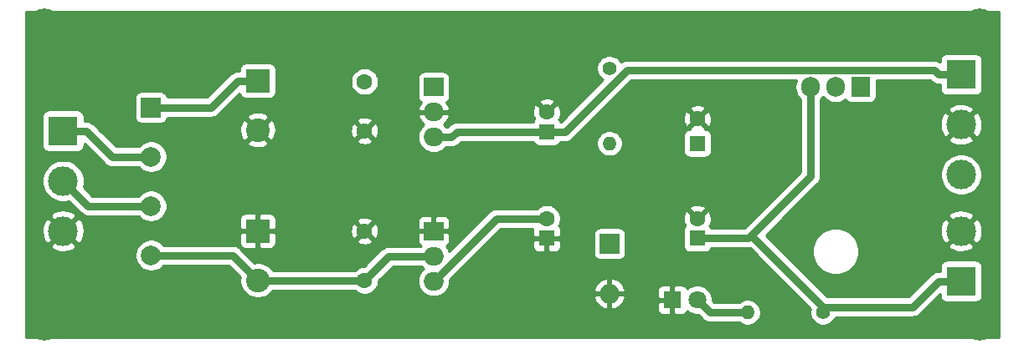
<source format=gbl>
G04 #@! TF.GenerationSoftware,KiCad,Pcbnew,(5.1.6)-1*
G04 #@! TF.CreationDate,2020-08-29T11:02:00-03:00*
G04 #@! TF.ProjectId,fonte_pequena,666f6e74-655f-4706-9571-75656e612e6b,rev?*
G04 #@! TF.SameCoordinates,Original*
G04 #@! TF.FileFunction,Copper,L2,Bot*
G04 #@! TF.FilePolarity,Positive*
%FSLAX46Y46*%
G04 Gerber Fmt 4.6, Leading zero omitted, Abs format (unit mm)*
G04 Created by KiCad (PCBNEW (5.1.6)-1) date 2020-08-29 11:02:00*
%MOMM*%
%LPD*%
G01*
G04 APERTURE LIST*
G04 #@! TA.AperFunction,ComponentPad*
%ADD10O,2.000000X1.905000*%
G04 #@! TD*
G04 #@! TA.AperFunction,ComponentPad*
%ADD11R,2.000000X1.905000*%
G04 #@! TD*
G04 #@! TA.AperFunction,ComponentPad*
%ADD12O,1.400000X1.400000*%
G04 #@! TD*
G04 #@! TA.AperFunction,ComponentPad*
%ADD13C,1.400000*%
G04 #@! TD*
G04 #@! TA.AperFunction,ComponentPad*
%ADD14O,1.905000X2.000000*%
G04 #@! TD*
G04 #@! TA.AperFunction,ComponentPad*
%ADD15R,1.905000X2.000000*%
G04 #@! TD*
G04 #@! TA.AperFunction,ComponentPad*
%ADD16C,3.000000*%
G04 #@! TD*
G04 #@! TA.AperFunction,ComponentPad*
%ADD17R,3.000000X3.000000*%
G04 #@! TD*
G04 #@! TA.AperFunction,ComponentPad*
%ADD18O,2.000000X2.000000*%
G04 #@! TD*
G04 #@! TA.AperFunction,ComponentPad*
%ADD19R,2.000000X2.000000*%
G04 #@! TD*
G04 #@! TA.AperFunction,ComponentPad*
%ADD20C,2.000000*%
G04 #@! TD*
G04 #@! TA.AperFunction,ComponentPad*
%ADD21C,1.600000*%
G04 #@! TD*
G04 #@! TA.AperFunction,ComponentPad*
%ADD22R,1.600000X1.600000*%
G04 #@! TD*
G04 #@! TA.AperFunction,ComponentPad*
%ADD23C,2.400000*%
G04 #@! TD*
G04 #@! TA.AperFunction,ComponentPad*
%ADD24R,2.400000X2.400000*%
G04 #@! TD*
G04 #@! TA.AperFunction,ComponentPad*
%ADD25R,1.800000X1.800000*%
G04 #@! TD*
G04 #@! TA.AperFunction,ComponentPad*
%ADD26C,1.800000*%
G04 #@! TD*
G04 #@! TA.AperFunction,ViaPad*
%ADD27C,3.200000*%
G04 #@! TD*
G04 #@! TA.AperFunction,Conductor*
%ADD28C,0.800000*%
G04 #@! TD*
G04 #@! TA.AperFunction,Conductor*
%ADD29C,0.254000*%
G04 #@! TD*
G04 APERTURE END LIST*
D10*
X88900000Y-173355000D03*
X88900000Y-170815000D03*
D11*
X88900000Y-168275000D03*
D10*
X88900000Y-158750000D03*
X88900000Y-156210000D03*
D11*
X88900000Y-153670000D03*
D12*
X106680000Y-159385000D03*
D13*
X106680000Y-151765000D03*
D14*
X127000000Y-153670000D03*
X129540000Y-153670000D03*
D15*
X132080000Y-153670000D03*
D16*
X142240000Y-168275000D03*
D17*
X142240000Y-173355000D03*
D16*
X142240000Y-162560000D03*
X142240000Y-157480000D03*
D17*
X142240000Y-152400000D03*
D16*
X51435000Y-168275000D03*
X51435000Y-163195000D03*
D17*
X51435000Y-158115000D03*
D18*
X106680000Y-174625000D03*
D19*
X106680000Y-169545000D03*
X60325000Y-155735000D03*
D20*
X60325000Y-160735000D03*
X60325000Y-165735000D03*
X60325000Y-170735000D03*
D21*
X115570000Y-167005000D03*
D22*
X115570000Y-169005000D03*
D21*
X115570000Y-156885000D03*
D22*
X115570000Y-159385000D03*
D21*
X100330000Y-167005000D03*
D22*
X100330000Y-169005000D03*
D21*
X100330000Y-156210000D03*
D22*
X100330000Y-158210000D03*
D21*
X81915000Y-173275000D03*
X81915000Y-168275000D03*
X81915000Y-158115000D03*
X81915000Y-153115000D03*
D23*
X71120000Y-173275000D03*
D24*
X71120000Y-168275000D03*
D23*
X71120000Y-158035000D03*
D24*
X71120000Y-153035000D03*
D25*
X113030000Y-175260000D03*
D26*
X115570000Y-175260000D03*
D13*
X128270000Y-176530000D03*
D12*
X120650000Y-176530000D03*
D27*
X49530000Y-177800000D03*
X49530000Y-147320000D03*
X144145000Y-147320000D03*
X144145000Y-177800000D03*
D28*
X71120000Y-153035000D02*
X69120000Y-153035000D01*
X60325000Y-155735000D02*
X66420000Y-155735000D01*
X66420000Y-155735000D02*
X69120000Y-153035000D01*
X81915000Y-173275000D02*
X71120000Y-173275000D01*
X88900000Y-170815000D02*
X84375000Y-170815000D01*
X84375000Y-170815000D02*
X81915000Y-173275000D01*
X60325000Y-170735000D02*
X68580000Y-170735000D01*
X68580000Y-170735000D02*
X71120000Y-173275000D01*
X88900000Y-158750000D02*
X90700000Y-158750000D01*
X100330000Y-158210000D02*
X91240000Y-158210000D01*
X91240000Y-158210000D02*
X90700000Y-158750000D01*
X139940000Y-152400000D02*
X139509600Y-151969600D01*
X139509600Y-151969600D02*
X108455900Y-151969600D01*
X108455900Y-151969600D02*
X102215500Y-158210000D01*
X102215500Y-158210000D02*
X100330000Y-158210000D01*
X142240000Y-152400000D02*
X139940000Y-152400000D01*
X100330000Y-167005000D02*
X95250000Y-167005000D01*
X95250000Y-167005000D02*
X88900000Y-173355000D01*
X121025400Y-168724600D02*
X127000000Y-162750000D01*
X127000000Y-162750000D02*
X127000000Y-153670000D01*
X115570000Y-169005000D02*
X120745000Y-169005000D01*
X120745000Y-169005000D02*
X121025400Y-168724600D01*
X121025400Y-168724600D02*
X128270000Y-175969300D01*
X128270000Y-175969300D02*
X137325700Y-175969300D01*
X137325700Y-175969300D02*
X139940000Y-173355000D01*
X128270000Y-176530000D02*
X128270000Y-175969300D01*
X142240000Y-173355000D02*
X139940000Y-173355000D01*
X60325000Y-165735000D02*
X53975000Y-165735000D01*
X53975000Y-165735000D02*
X51435000Y-163195000D01*
X120650000Y-176530000D02*
X116840000Y-176530000D01*
X116840000Y-176530000D02*
X115570000Y-175260000D01*
X51435000Y-158115000D02*
X53735000Y-158115000D01*
X60325000Y-160735000D02*
X56355000Y-160735000D01*
X56355000Y-160735000D02*
X53735000Y-158115000D01*
D29*
G36*
X146033001Y-179053000D02*
G01*
X47642000Y-179053000D01*
X47642000Y-170574755D01*
X58698000Y-170574755D01*
X58698000Y-170895245D01*
X58760525Y-171209578D01*
X58883172Y-171505673D01*
X59061227Y-171772152D01*
X59287848Y-171998773D01*
X59554327Y-172176828D01*
X59850422Y-172299475D01*
X60164755Y-172362000D01*
X60485245Y-172362000D01*
X60799578Y-172299475D01*
X61095673Y-172176828D01*
X61362152Y-171998773D01*
X61588773Y-171772152D01*
X61595556Y-171762000D01*
X68154604Y-171762000D01*
X69325296Y-172932693D01*
X69293000Y-173095056D01*
X69293000Y-173454944D01*
X69363211Y-173807916D01*
X69500934Y-174140409D01*
X69700876Y-174439645D01*
X69955355Y-174694124D01*
X70254591Y-174894066D01*
X70587084Y-175031789D01*
X70940056Y-175102000D01*
X71299944Y-175102000D01*
X71652916Y-175031789D01*
X71716540Y-175005435D01*
X105089871Y-175005435D01*
X105194644Y-175308344D01*
X105356499Y-175584992D01*
X105569215Y-175824748D01*
X105824618Y-176018399D01*
X106112893Y-176158502D01*
X106299566Y-176215124D01*
X106553000Y-176095777D01*
X106553000Y-174752000D01*
X106807000Y-174752000D01*
X106807000Y-176095777D01*
X107060434Y-176215124D01*
X107242168Y-176160000D01*
X111491928Y-176160000D01*
X111504188Y-176284482D01*
X111540498Y-176404180D01*
X111599463Y-176514494D01*
X111678815Y-176611185D01*
X111775506Y-176690537D01*
X111885820Y-176749502D01*
X112005518Y-176785812D01*
X112130000Y-176798072D01*
X112744250Y-176795000D01*
X112903000Y-176636250D01*
X112903000Y-175387000D01*
X111653750Y-175387000D01*
X111495000Y-175545750D01*
X111491928Y-176160000D01*
X107242168Y-176160000D01*
X107247107Y-176158502D01*
X107535382Y-176018399D01*
X107790785Y-175824748D01*
X108003501Y-175584992D01*
X108165356Y-175308344D01*
X108270129Y-175005435D01*
X108151315Y-174752000D01*
X106807000Y-174752000D01*
X106553000Y-174752000D01*
X105208685Y-174752000D01*
X105089871Y-175005435D01*
X71716540Y-175005435D01*
X71985409Y-174894066D01*
X72284645Y-174694124D01*
X72539124Y-174439645D01*
X72631095Y-174302000D01*
X80923916Y-174302000D01*
X81005340Y-174383424D01*
X81239062Y-174539591D01*
X81498759Y-174647162D01*
X81774453Y-174702000D01*
X82055547Y-174702000D01*
X82331241Y-174647162D01*
X82590938Y-174539591D01*
X82824660Y-174383424D01*
X83023424Y-174184660D01*
X83179591Y-173950938D01*
X83287162Y-173691241D01*
X83342000Y-173415547D01*
X83342000Y-173300396D01*
X84800397Y-171842000D01*
X87652028Y-171842000D01*
X87730221Y-171937279D01*
X87910220Y-172085000D01*
X87730221Y-172232721D01*
X87532840Y-172473231D01*
X87386172Y-172747627D01*
X87295854Y-173045364D01*
X87265358Y-173355000D01*
X87295854Y-173664636D01*
X87386172Y-173962373D01*
X87532840Y-174236769D01*
X87730221Y-174477279D01*
X87970731Y-174674660D01*
X88245127Y-174821328D01*
X88542864Y-174911646D01*
X88774908Y-174934500D01*
X89025092Y-174934500D01*
X89257136Y-174911646D01*
X89554873Y-174821328D01*
X89829269Y-174674660D01*
X90069779Y-174477279D01*
X90260762Y-174244565D01*
X105089871Y-174244565D01*
X105208685Y-174498000D01*
X106553000Y-174498000D01*
X106553000Y-173154223D01*
X106807000Y-173154223D01*
X106807000Y-174498000D01*
X108151315Y-174498000D01*
X108216011Y-174360000D01*
X111491928Y-174360000D01*
X111495000Y-174974250D01*
X111653750Y-175133000D01*
X112903000Y-175133000D01*
X112903000Y-173883750D01*
X113157000Y-173883750D01*
X113157000Y-175133000D01*
X113177000Y-175133000D01*
X113177000Y-175387000D01*
X113157000Y-175387000D01*
X113157000Y-176636250D01*
X113315750Y-176795000D01*
X113930000Y-176798072D01*
X114054482Y-176785812D01*
X114174180Y-176749502D01*
X114284494Y-176690537D01*
X114381185Y-176611185D01*
X114460537Y-176514494D01*
X114519502Y-176404180D01*
X114527688Y-176377193D01*
X114596594Y-176446099D01*
X114846694Y-176613210D01*
X115124590Y-176728319D01*
X115419604Y-176787000D01*
X115644603Y-176787000D01*
X116078127Y-177220524D01*
X116110288Y-177259712D01*
X116266669Y-177388051D01*
X116445083Y-177483415D01*
X116638673Y-177542140D01*
X116789549Y-177557000D01*
X116789558Y-177557000D01*
X116839999Y-177561968D01*
X116890440Y-177557000D01*
X119800339Y-177557000D01*
X119804087Y-177560748D01*
X120021430Y-177705972D01*
X120262928Y-177806004D01*
X120519302Y-177857000D01*
X120780698Y-177857000D01*
X121037072Y-177806004D01*
X121278570Y-177705972D01*
X121495913Y-177560748D01*
X121680748Y-177375913D01*
X121825972Y-177158570D01*
X121926004Y-176917072D01*
X121977000Y-176660698D01*
X121977000Y-176399302D01*
X121926004Y-176142928D01*
X121825972Y-175901430D01*
X121680748Y-175684087D01*
X121495913Y-175499252D01*
X121278570Y-175354028D01*
X121037072Y-175253996D01*
X120780698Y-175203000D01*
X120519302Y-175203000D01*
X120262928Y-175253996D01*
X120021430Y-175354028D01*
X119804087Y-175499252D01*
X119800339Y-175503000D01*
X117265397Y-175503000D01*
X117097000Y-175334603D01*
X117097000Y-175109604D01*
X117038319Y-174814590D01*
X116923210Y-174536694D01*
X116756099Y-174286594D01*
X116543406Y-174073901D01*
X116293306Y-173906790D01*
X116015410Y-173791681D01*
X115720396Y-173733000D01*
X115419604Y-173733000D01*
X115124590Y-173791681D01*
X114846694Y-173906790D01*
X114596594Y-174073901D01*
X114527688Y-174142807D01*
X114519502Y-174115820D01*
X114460537Y-174005506D01*
X114381185Y-173908815D01*
X114284494Y-173829463D01*
X114174180Y-173770498D01*
X114054482Y-173734188D01*
X113930000Y-173721928D01*
X113315750Y-173725000D01*
X113157000Y-173883750D01*
X112903000Y-173883750D01*
X112744250Y-173725000D01*
X112130000Y-173721928D01*
X112005518Y-173734188D01*
X111885820Y-173770498D01*
X111775506Y-173829463D01*
X111678815Y-173908815D01*
X111599463Y-174005506D01*
X111540498Y-174115820D01*
X111504188Y-174235518D01*
X111491928Y-174360000D01*
X108216011Y-174360000D01*
X108270129Y-174244565D01*
X108165356Y-173941656D01*
X108003501Y-173665008D01*
X107790785Y-173425252D01*
X107535382Y-173231601D01*
X107247107Y-173091498D01*
X107060434Y-173034876D01*
X106807000Y-173154223D01*
X106553000Y-173154223D01*
X106299566Y-173034876D01*
X106112893Y-173091498D01*
X105824618Y-173231601D01*
X105569215Y-173425252D01*
X105356499Y-173665008D01*
X105194644Y-173941656D01*
X105089871Y-174244565D01*
X90260762Y-174244565D01*
X90267160Y-174236769D01*
X90413828Y-173962373D01*
X90504146Y-173664636D01*
X90534642Y-173355000D01*
X90518302Y-173189094D01*
X93902396Y-169805000D01*
X98891928Y-169805000D01*
X98904188Y-169929482D01*
X98940498Y-170049180D01*
X98999463Y-170159494D01*
X99078815Y-170256185D01*
X99175506Y-170335537D01*
X99285820Y-170394502D01*
X99405518Y-170430812D01*
X99530000Y-170443072D01*
X100044250Y-170440000D01*
X100203000Y-170281250D01*
X100203000Y-169132000D01*
X100457000Y-169132000D01*
X100457000Y-170281250D01*
X100615750Y-170440000D01*
X101130000Y-170443072D01*
X101254482Y-170430812D01*
X101374180Y-170394502D01*
X101484494Y-170335537D01*
X101581185Y-170256185D01*
X101660537Y-170159494D01*
X101719502Y-170049180D01*
X101755812Y-169929482D01*
X101768072Y-169805000D01*
X101765000Y-169290750D01*
X101606250Y-169132000D01*
X100457000Y-169132000D01*
X100203000Y-169132000D01*
X99053750Y-169132000D01*
X98895000Y-169290750D01*
X98891928Y-169805000D01*
X93902396Y-169805000D01*
X95675397Y-168032000D01*
X98918906Y-168032000D01*
X98904188Y-168080518D01*
X98891928Y-168205000D01*
X98895000Y-168719250D01*
X99053750Y-168878000D01*
X100203000Y-168878000D01*
X100203000Y-168858000D01*
X100457000Y-168858000D01*
X100457000Y-168878000D01*
X101606250Y-168878000D01*
X101765000Y-168719250D01*
X101766040Y-168545000D01*
X105049967Y-168545000D01*
X105049967Y-170545000D01*
X105062073Y-170667913D01*
X105097925Y-170786103D01*
X105156147Y-170895028D01*
X105234499Y-170990501D01*
X105329972Y-171068853D01*
X105438897Y-171127075D01*
X105557087Y-171162927D01*
X105680000Y-171175033D01*
X107680000Y-171175033D01*
X107802913Y-171162927D01*
X107921103Y-171127075D01*
X108030028Y-171068853D01*
X108125501Y-170990501D01*
X108203853Y-170895028D01*
X108262075Y-170786103D01*
X108297927Y-170667913D01*
X108310033Y-170545000D01*
X108310033Y-168545000D01*
X108297927Y-168422087D01*
X108262075Y-168303897D01*
X108203853Y-168194972D01*
X108125501Y-168099499D01*
X108030028Y-168021147D01*
X107921103Y-167962925D01*
X107802913Y-167927073D01*
X107680000Y-167914967D01*
X105680000Y-167914967D01*
X105557087Y-167927073D01*
X105438897Y-167962925D01*
X105329972Y-168021147D01*
X105234499Y-168099499D01*
X105156147Y-168194972D01*
X105097925Y-168303897D01*
X105062073Y-168422087D01*
X105049967Y-168545000D01*
X101766040Y-168545000D01*
X101768072Y-168205000D01*
X101755812Y-168080518D01*
X101719502Y-167960820D01*
X101660537Y-167850506D01*
X101581185Y-167753815D01*
X101558394Y-167735111D01*
X101594591Y-167680938D01*
X101702162Y-167421241D01*
X101757000Y-167145547D01*
X101757000Y-166864453D01*
X101702162Y-166588759D01*
X101594591Y-166329062D01*
X101438424Y-166095340D01*
X101355382Y-166012298D01*
X114756903Y-166012298D01*
X115570000Y-166825395D01*
X116383097Y-166012298D01*
X116311514Y-165768329D01*
X116056004Y-165647429D01*
X115781816Y-165578700D01*
X115499488Y-165564783D01*
X115219870Y-165606213D01*
X114953708Y-165701397D01*
X114828486Y-165768329D01*
X114756903Y-166012298D01*
X101355382Y-166012298D01*
X101239660Y-165896576D01*
X101005938Y-165740409D01*
X100746241Y-165632838D01*
X100470547Y-165578000D01*
X100189453Y-165578000D01*
X99913759Y-165632838D01*
X99654062Y-165740409D01*
X99420340Y-165896576D01*
X99338916Y-165978000D01*
X95300440Y-165978000D01*
X95249999Y-165973032D01*
X95199558Y-165978000D01*
X95199549Y-165978000D01*
X95048673Y-165992860D01*
X94855083Y-166051585D01*
X94676669Y-166146949D01*
X94520288Y-166275288D01*
X94488128Y-166314475D01*
X90455990Y-170346614D01*
X90413828Y-170207627D01*
X90267160Y-169933231D01*
X90163360Y-169806750D01*
X90254494Y-169758037D01*
X90351185Y-169678685D01*
X90430537Y-169581994D01*
X90489502Y-169471680D01*
X90525812Y-169351982D01*
X90538072Y-169227500D01*
X90535000Y-168560750D01*
X90376250Y-168402000D01*
X89027000Y-168402000D01*
X89027000Y-168422000D01*
X88773000Y-168422000D01*
X88773000Y-168402000D01*
X87423750Y-168402000D01*
X87265000Y-168560750D01*
X87261928Y-169227500D01*
X87274188Y-169351982D01*
X87310498Y-169471680D01*
X87369463Y-169581994D01*
X87448815Y-169678685D01*
X87545506Y-169758037D01*
X87601562Y-169788000D01*
X84425440Y-169788000D01*
X84374999Y-169783032D01*
X84324558Y-169788000D01*
X84324549Y-169788000D01*
X84173673Y-169802860D01*
X83980083Y-169861585D01*
X83801669Y-169956949D01*
X83645288Y-170085288D01*
X83613128Y-170124475D01*
X81889604Y-171848000D01*
X81774453Y-171848000D01*
X81498759Y-171902838D01*
X81239062Y-172010409D01*
X81005340Y-172166576D01*
X80923916Y-172248000D01*
X72631095Y-172248000D01*
X72539124Y-172110355D01*
X72284645Y-171855876D01*
X71985409Y-171655934D01*
X71652916Y-171518211D01*
X71299944Y-171448000D01*
X70940056Y-171448000D01*
X70777693Y-171480296D01*
X69341877Y-170044481D01*
X69309712Y-170005288D01*
X69153331Y-169876949D01*
X68974917Y-169781585D01*
X68781327Y-169722860D01*
X68630451Y-169708000D01*
X68630441Y-169708000D01*
X68580000Y-169703032D01*
X68529559Y-169708000D01*
X61595556Y-169708000D01*
X61588773Y-169697848D01*
X61365925Y-169475000D01*
X69281928Y-169475000D01*
X69294188Y-169599482D01*
X69330498Y-169719180D01*
X69389463Y-169829494D01*
X69468815Y-169926185D01*
X69565506Y-170005537D01*
X69675820Y-170064502D01*
X69795518Y-170100812D01*
X69920000Y-170113072D01*
X70834250Y-170110000D01*
X70993000Y-169951250D01*
X70993000Y-168402000D01*
X71247000Y-168402000D01*
X71247000Y-169951250D01*
X71405750Y-170110000D01*
X72320000Y-170113072D01*
X72444482Y-170100812D01*
X72564180Y-170064502D01*
X72674494Y-170005537D01*
X72771185Y-169926185D01*
X72850537Y-169829494D01*
X72909502Y-169719180D01*
X72945812Y-169599482D01*
X72958072Y-169475000D01*
X72957376Y-169267702D01*
X81101903Y-169267702D01*
X81173486Y-169511671D01*
X81428996Y-169632571D01*
X81703184Y-169701300D01*
X81985512Y-169715217D01*
X82265130Y-169673787D01*
X82531292Y-169578603D01*
X82656514Y-169511671D01*
X82728097Y-169267702D01*
X81915000Y-168454605D01*
X81101903Y-169267702D01*
X72957376Y-169267702D01*
X72955000Y-168560750D01*
X72796250Y-168402000D01*
X71247000Y-168402000D01*
X70993000Y-168402000D01*
X69443750Y-168402000D01*
X69285000Y-168560750D01*
X69281928Y-169475000D01*
X61365925Y-169475000D01*
X61362152Y-169471227D01*
X61095673Y-169293172D01*
X60799578Y-169170525D01*
X60485245Y-169108000D01*
X60164755Y-169108000D01*
X59850422Y-169170525D01*
X59554327Y-169293172D01*
X59287848Y-169471227D01*
X59061227Y-169697848D01*
X58883172Y-169964327D01*
X58760525Y-170260422D01*
X58698000Y-170574755D01*
X47642000Y-170574755D01*
X47642000Y-169766653D01*
X50122952Y-169766653D01*
X50278962Y-170082214D01*
X50653745Y-170273020D01*
X51058551Y-170387044D01*
X51477824Y-170419902D01*
X51895451Y-170370334D01*
X52295383Y-170240243D01*
X52591038Y-170082214D01*
X52747048Y-169766653D01*
X51435000Y-168454605D01*
X50122952Y-169766653D01*
X47642000Y-169766653D01*
X47642000Y-168317824D01*
X49290098Y-168317824D01*
X49339666Y-168735451D01*
X49469757Y-169135383D01*
X49627786Y-169431038D01*
X49943347Y-169587048D01*
X51255395Y-168275000D01*
X51614605Y-168275000D01*
X52926653Y-169587048D01*
X53242214Y-169431038D01*
X53433020Y-169056255D01*
X53547044Y-168651449D01*
X53571019Y-168345512D01*
X80474783Y-168345512D01*
X80516213Y-168625130D01*
X80611397Y-168891292D01*
X80678329Y-169016514D01*
X80922298Y-169088097D01*
X81735395Y-168275000D01*
X82094605Y-168275000D01*
X82907702Y-169088097D01*
X83151671Y-169016514D01*
X83272571Y-168761004D01*
X83341300Y-168486816D01*
X83355217Y-168204488D01*
X83313787Y-167924870D01*
X83218603Y-167658708D01*
X83151671Y-167533486D01*
X82907702Y-167461903D01*
X82094605Y-168275000D01*
X81735395Y-168275000D01*
X80922298Y-167461903D01*
X80678329Y-167533486D01*
X80557429Y-167788996D01*
X80488700Y-168063184D01*
X80474783Y-168345512D01*
X53571019Y-168345512D01*
X53579902Y-168232176D01*
X53530334Y-167814549D01*
X53400243Y-167414617D01*
X53242214Y-167118962D01*
X52926653Y-166962952D01*
X51614605Y-168275000D01*
X51255395Y-168275000D01*
X49943347Y-166962952D01*
X49627786Y-167118962D01*
X49436980Y-167493745D01*
X49322956Y-167898551D01*
X49290098Y-168317824D01*
X47642000Y-168317824D01*
X47642000Y-166783347D01*
X50122952Y-166783347D01*
X51435000Y-168095395D01*
X52747048Y-166783347D01*
X52591038Y-166467786D01*
X52216255Y-166276980D01*
X51811449Y-166162956D01*
X51392176Y-166130098D01*
X50974549Y-166179666D01*
X50574617Y-166309757D01*
X50278962Y-166467786D01*
X50122952Y-166783347D01*
X47642000Y-166783347D01*
X47642000Y-162985509D01*
X49308000Y-162985509D01*
X49308000Y-163404491D01*
X49389739Y-163815423D01*
X49550077Y-164202512D01*
X49782851Y-164550884D01*
X50079116Y-164847149D01*
X50427488Y-165079923D01*
X50814577Y-165240261D01*
X51225509Y-165322000D01*
X51644491Y-165322000D01*
X52032437Y-165244833D01*
X53213128Y-166425525D01*
X53245288Y-166464712D01*
X53401669Y-166593051D01*
X53580083Y-166688415D01*
X53773673Y-166747140D01*
X53924549Y-166762000D01*
X53924558Y-166762000D01*
X53974999Y-166766968D01*
X54025440Y-166762000D01*
X59054444Y-166762000D01*
X59061227Y-166772152D01*
X59287848Y-166998773D01*
X59554327Y-167176828D01*
X59850422Y-167299475D01*
X60164755Y-167362000D01*
X60485245Y-167362000D01*
X60799578Y-167299475D01*
X61095673Y-167176828D01*
X61248069Y-167075000D01*
X69281928Y-167075000D01*
X69285000Y-167989250D01*
X69443750Y-168148000D01*
X70993000Y-168148000D01*
X70993000Y-166598750D01*
X71247000Y-166598750D01*
X71247000Y-168148000D01*
X72796250Y-168148000D01*
X72955000Y-167989250D01*
X72957375Y-167282298D01*
X81101903Y-167282298D01*
X81915000Y-168095395D01*
X82687895Y-167322500D01*
X87261928Y-167322500D01*
X87265000Y-167989250D01*
X87423750Y-168148000D01*
X88773000Y-168148000D01*
X88773000Y-166846250D01*
X89027000Y-166846250D01*
X89027000Y-168148000D01*
X90376250Y-168148000D01*
X90535000Y-167989250D01*
X90538072Y-167322500D01*
X90525812Y-167198018D01*
X90489502Y-167078320D01*
X90430537Y-166968006D01*
X90351185Y-166871315D01*
X90254494Y-166791963D01*
X90144180Y-166732998D01*
X90024482Y-166696688D01*
X89900000Y-166684428D01*
X89185750Y-166687500D01*
X89027000Y-166846250D01*
X88773000Y-166846250D01*
X88614250Y-166687500D01*
X87900000Y-166684428D01*
X87775518Y-166696688D01*
X87655820Y-166732998D01*
X87545506Y-166791963D01*
X87448815Y-166871315D01*
X87369463Y-166968006D01*
X87310498Y-167078320D01*
X87274188Y-167198018D01*
X87261928Y-167322500D01*
X82687895Y-167322500D01*
X82728097Y-167282298D01*
X82656514Y-167038329D01*
X82401004Y-166917429D01*
X82126816Y-166848700D01*
X81844488Y-166834783D01*
X81564870Y-166876213D01*
X81298708Y-166971397D01*
X81173486Y-167038329D01*
X81101903Y-167282298D01*
X72957375Y-167282298D01*
X72958072Y-167075000D01*
X72945812Y-166950518D01*
X72909502Y-166830820D01*
X72850537Y-166720506D01*
X72771185Y-166623815D01*
X72674494Y-166544463D01*
X72564180Y-166485498D01*
X72444482Y-166449188D01*
X72320000Y-166436928D01*
X71405750Y-166440000D01*
X71247000Y-166598750D01*
X70993000Y-166598750D01*
X70834250Y-166440000D01*
X69920000Y-166436928D01*
X69795518Y-166449188D01*
X69675820Y-166485498D01*
X69565506Y-166544463D01*
X69468815Y-166623815D01*
X69389463Y-166720506D01*
X69330498Y-166830820D01*
X69294188Y-166950518D01*
X69281928Y-167075000D01*
X61248069Y-167075000D01*
X61362152Y-166998773D01*
X61588773Y-166772152D01*
X61766828Y-166505673D01*
X61889475Y-166209578D01*
X61952000Y-165895245D01*
X61952000Y-165574755D01*
X61889475Y-165260422D01*
X61766828Y-164964327D01*
X61588773Y-164697848D01*
X61362152Y-164471227D01*
X61095673Y-164293172D01*
X60799578Y-164170525D01*
X60485245Y-164108000D01*
X60164755Y-164108000D01*
X59850422Y-164170525D01*
X59554327Y-164293172D01*
X59287848Y-164471227D01*
X59061227Y-164697848D01*
X59054444Y-164708000D01*
X54400397Y-164708000D01*
X53484833Y-163792437D01*
X53562000Y-163404491D01*
X53562000Y-162985509D01*
X53480261Y-162574577D01*
X53319923Y-162187488D01*
X53087149Y-161839116D01*
X52790884Y-161542851D01*
X52442512Y-161310077D01*
X52055423Y-161149739D01*
X51644491Y-161068000D01*
X51225509Y-161068000D01*
X50814577Y-161149739D01*
X50427488Y-161310077D01*
X50079116Y-161542851D01*
X49782851Y-161839116D01*
X49550077Y-162187488D01*
X49389739Y-162574577D01*
X49308000Y-162985509D01*
X47642000Y-162985509D01*
X47642000Y-156615000D01*
X49304967Y-156615000D01*
X49304967Y-159615000D01*
X49317073Y-159737913D01*
X49352925Y-159856103D01*
X49411147Y-159965028D01*
X49489499Y-160060501D01*
X49584972Y-160138853D01*
X49693897Y-160197075D01*
X49812087Y-160232927D01*
X49935000Y-160245033D01*
X52935000Y-160245033D01*
X53057913Y-160232927D01*
X53176103Y-160197075D01*
X53285028Y-160138853D01*
X53380501Y-160060501D01*
X53458853Y-159965028D01*
X53517075Y-159856103D01*
X53552927Y-159737913D01*
X53565033Y-159615000D01*
X53565033Y-159397429D01*
X55593132Y-161425530D01*
X55625288Y-161464712D01*
X55664470Y-161496868D01*
X55664475Y-161496873D01*
X55781668Y-161593051D01*
X55960082Y-161688415D01*
X56153672Y-161747140D01*
X56171831Y-161748928D01*
X56304549Y-161762000D01*
X56304556Y-161762000D01*
X56355000Y-161766968D01*
X56405443Y-161762000D01*
X59054444Y-161762000D01*
X59061227Y-161772152D01*
X59287848Y-161998773D01*
X59554327Y-162176828D01*
X59850422Y-162299475D01*
X60164755Y-162362000D01*
X60485245Y-162362000D01*
X60799578Y-162299475D01*
X61095673Y-162176828D01*
X61362152Y-161998773D01*
X61588773Y-161772152D01*
X61766828Y-161505673D01*
X61889475Y-161209578D01*
X61952000Y-160895245D01*
X61952000Y-160574755D01*
X61889475Y-160260422D01*
X61766828Y-159964327D01*
X61588773Y-159697848D01*
X61362152Y-159471227D01*
X61125318Y-159312980D01*
X70021626Y-159312980D01*
X70141514Y-159597836D01*
X70465210Y-159758699D01*
X70814069Y-159853322D01*
X71174684Y-159878067D01*
X71533198Y-159831985D01*
X71875833Y-159716846D01*
X72098486Y-159597836D01*
X72218374Y-159312980D01*
X71120000Y-158214605D01*
X70021626Y-159312980D01*
X61125318Y-159312980D01*
X61095673Y-159293172D01*
X60799578Y-159170525D01*
X60485245Y-159108000D01*
X60164755Y-159108000D01*
X59850422Y-159170525D01*
X59554327Y-159293172D01*
X59287848Y-159471227D01*
X59061227Y-159697848D01*
X59054444Y-159708000D01*
X56780398Y-159708000D01*
X55162081Y-158089684D01*
X69276933Y-158089684D01*
X69323015Y-158448198D01*
X69438154Y-158790833D01*
X69557164Y-159013486D01*
X69842020Y-159133374D01*
X70940395Y-158035000D01*
X71299605Y-158035000D01*
X72397980Y-159133374D01*
X72458977Y-159107702D01*
X81101903Y-159107702D01*
X81173486Y-159351671D01*
X81428996Y-159472571D01*
X81703184Y-159541300D01*
X81985512Y-159555217D01*
X82265130Y-159513787D01*
X82531292Y-159418603D01*
X82656514Y-159351671D01*
X82728097Y-159107702D01*
X81915000Y-158294605D01*
X81101903Y-159107702D01*
X72458977Y-159107702D01*
X72682836Y-159013486D01*
X72843699Y-158689790D01*
X72938322Y-158340931D01*
X72948986Y-158185512D01*
X80474783Y-158185512D01*
X80516213Y-158465130D01*
X80611397Y-158731292D01*
X80678329Y-158856514D01*
X80922298Y-158928097D01*
X81735395Y-158115000D01*
X82094605Y-158115000D01*
X82907702Y-158928097D01*
X83151671Y-158856514D01*
X83202070Y-158750000D01*
X87265358Y-158750000D01*
X87295854Y-159059636D01*
X87386172Y-159357373D01*
X87532840Y-159631769D01*
X87730221Y-159872279D01*
X87970731Y-160069660D01*
X88245127Y-160216328D01*
X88542864Y-160306646D01*
X88774908Y-160329500D01*
X89025092Y-160329500D01*
X89257136Y-160306646D01*
X89554873Y-160216328D01*
X89829269Y-160069660D01*
X90069779Y-159872279D01*
X90147972Y-159777000D01*
X90649559Y-159777000D01*
X90700000Y-159781968D01*
X90750441Y-159777000D01*
X90750451Y-159777000D01*
X90901327Y-159762140D01*
X91094917Y-159703415D01*
X91273331Y-159608051D01*
X91429712Y-159479712D01*
X91461877Y-159440519D01*
X91665396Y-159237000D01*
X98943647Y-159237000D01*
X98947925Y-159251103D01*
X99006147Y-159360028D01*
X99084499Y-159455501D01*
X99179972Y-159533853D01*
X99288897Y-159592075D01*
X99407087Y-159627927D01*
X99530000Y-159640033D01*
X101130000Y-159640033D01*
X101252913Y-159627927D01*
X101371103Y-159592075D01*
X101480028Y-159533853D01*
X101575501Y-159455501D01*
X101653853Y-159360028D01*
X101710365Y-159254302D01*
X105353000Y-159254302D01*
X105353000Y-159515698D01*
X105403996Y-159772072D01*
X105504028Y-160013570D01*
X105649252Y-160230913D01*
X105834087Y-160415748D01*
X106051430Y-160560972D01*
X106292928Y-160661004D01*
X106549302Y-160712000D01*
X106810698Y-160712000D01*
X107067072Y-160661004D01*
X107308570Y-160560972D01*
X107525913Y-160415748D01*
X107710748Y-160230913D01*
X107855972Y-160013570D01*
X107956004Y-159772072D01*
X108007000Y-159515698D01*
X108007000Y-159254302D01*
X107956004Y-158997928D01*
X107855972Y-158756430D01*
X107741427Y-158585000D01*
X114139967Y-158585000D01*
X114139967Y-160185000D01*
X114152073Y-160307913D01*
X114187925Y-160426103D01*
X114246147Y-160535028D01*
X114324499Y-160630501D01*
X114419972Y-160708853D01*
X114528897Y-160767075D01*
X114647087Y-160802927D01*
X114770000Y-160815033D01*
X116370000Y-160815033D01*
X116492913Y-160802927D01*
X116611103Y-160767075D01*
X116720028Y-160708853D01*
X116815501Y-160630501D01*
X116893853Y-160535028D01*
X116952075Y-160426103D01*
X116987927Y-160307913D01*
X117000033Y-160185000D01*
X117000033Y-158585000D01*
X116987927Y-158462087D01*
X116952075Y-158343897D01*
X116893853Y-158234972D01*
X116815501Y-158139499D01*
X116720028Y-158061147D01*
X116611103Y-158002925D01*
X116492913Y-157967073D01*
X116370000Y-157954967D01*
X116360427Y-157954967D01*
X116383097Y-157877702D01*
X115570000Y-157064605D01*
X114756903Y-157877702D01*
X114779573Y-157954967D01*
X114770000Y-157954967D01*
X114647087Y-157967073D01*
X114528897Y-158002925D01*
X114419972Y-158061147D01*
X114324499Y-158139499D01*
X114246147Y-158234972D01*
X114187925Y-158343897D01*
X114152073Y-158462087D01*
X114139967Y-158585000D01*
X107741427Y-158585000D01*
X107710748Y-158539087D01*
X107525913Y-158354252D01*
X107308570Y-158209028D01*
X107067072Y-158108996D01*
X106810698Y-158058000D01*
X106549302Y-158058000D01*
X106292928Y-158108996D01*
X106051430Y-158209028D01*
X105834087Y-158354252D01*
X105649252Y-158539087D01*
X105504028Y-158756430D01*
X105403996Y-158997928D01*
X105353000Y-159254302D01*
X101710365Y-159254302D01*
X101712075Y-159251103D01*
X101716353Y-159237000D01*
X102165059Y-159237000D01*
X102215500Y-159241968D01*
X102265941Y-159237000D01*
X102265951Y-159237000D01*
X102416827Y-159222140D01*
X102610417Y-159163415D01*
X102788831Y-159068051D01*
X102945212Y-158939712D01*
X102977377Y-158900519D01*
X104922384Y-156955512D01*
X114129783Y-156955512D01*
X114171213Y-157235130D01*
X114266397Y-157501292D01*
X114333329Y-157626514D01*
X114577298Y-157698097D01*
X115390395Y-156885000D01*
X115749605Y-156885000D01*
X116562702Y-157698097D01*
X116806671Y-157626514D01*
X116927571Y-157371004D01*
X116996300Y-157096816D01*
X117010217Y-156814488D01*
X116968787Y-156534870D01*
X116873603Y-156268708D01*
X116806671Y-156143486D01*
X116562702Y-156071903D01*
X115749605Y-156885000D01*
X115390395Y-156885000D01*
X114577298Y-156071903D01*
X114333329Y-156143486D01*
X114212429Y-156398996D01*
X114143700Y-156673184D01*
X114129783Y-156955512D01*
X104922384Y-156955512D01*
X105985598Y-155892298D01*
X114756903Y-155892298D01*
X115570000Y-156705395D01*
X116383097Y-155892298D01*
X116311514Y-155648329D01*
X116056004Y-155527429D01*
X115781816Y-155458700D01*
X115499488Y-155444783D01*
X115219870Y-155486213D01*
X114953708Y-155581397D01*
X114828486Y-155648329D01*
X114756903Y-155892298D01*
X105985598Y-155892298D01*
X108881297Y-152996600D01*
X125543575Y-152996600D01*
X125533672Y-153015127D01*
X125443354Y-153312864D01*
X125420500Y-153544908D01*
X125420500Y-153795091D01*
X125443354Y-154027135D01*
X125533672Y-154324872D01*
X125680340Y-154599268D01*
X125877721Y-154839779D01*
X125973001Y-154917973D01*
X125973000Y-162324603D01*
X120334882Y-167962722D01*
X120316265Y-167978000D01*
X116956353Y-167978000D01*
X116952075Y-167963897D01*
X116893853Y-167854972D01*
X116815501Y-167759499D01*
X116801520Y-167748025D01*
X116806671Y-167746514D01*
X116927571Y-167491004D01*
X116996300Y-167216816D01*
X117010217Y-166934488D01*
X116968787Y-166654870D01*
X116873603Y-166388708D01*
X116806671Y-166263486D01*
X116562702Y-166191903D01*
X115749605Y-167005000D01*
X115763748Y-167019143D01*
X115584143Y-167198748D01*
X115570000Y-167184605D01*
X115555858Y-167198748D01*
X115376253Y-167019143D01*
X115390395Y-167005000D01*
X114577298Y-166191903D01*
X114333329Y-166263486D01*
X114212429Y-166518996D01*
X114143700Y-166793184D01*
X114129783Y-167075512D01*
X114171213Y-167355130D01*
X114266397Y-167621292D01*
X114333329Y-167746514D01*
X114338480Y-167748025D01*
X114324499Y-167759499D01*
X114246147Y-167854972D01*
X114187925Y-167963897D01*
X114152073Y-168082087D01*
X114139967Y-168205000D01*
X114139967Y-169805000D01*
X114152073Y-169927913D01*
X114187925Y-170046103D01*
X114246147Y-170155028D01*
X114324499Y-170250501D01*
X114419972Y-170328853D01*
X114528897Y-170387075D01*
X114647087Y-170422927D01*
X114770000Y-170435033D01*
X116370000Y-170435033D01*
X116492913Y-170422927D01*
X116611103Y-170387075D01*
X116720028Y-170328853D01*
X116815501Y-170250501D01*
X116893853Y-170155028D01*
X116952075Y-170046103D01*
X116956353Y-170032000D01*
X120694559Y-170032000D01*
X120745000Y-170036968D01*
X120795441Y-170032000D01*
X120795451Y-170032000D01*
X120872779Y-170024384D01*
X126993539Y-176145228D01*
X126943000Y-176399302D01*
X126943000Y-176660698D01*
X126993996Y-176917072D01*
X127094028Y-177158570D01*
X127239252Y-177375913D01*
X127424087Y-177560748D01*
X127641430Y-177705972D01*
X127882928Y-177806004D01*
X128139302Y-177857000D01*
X128400698Y-177857000D01*
X128657072Y-177806004D01*
X128898570Y-177705972D01*
X129115913Y-177560748D01*
X129300748Y-177375913D01*
X129445972Y-177158570D01*
X129513187Y-176996300D01*
X137275259Y-176996300D01*
X137325700Y-177001268D01*
X137376141Y-176996300D01*
X137376151Y-176996300D01*
X137527027Y-176981440D01*
X137720617Y-176922715D01*
X137899031Y-176827351D01*
X138055412Y-176699012D01*
X138087577Y-176659819D01*
X140109967Y-174637431D01*
X140109967Y-174855000D01*
X140122073Y-174977913D01*
X140157925Y-175096103D01*
X140216147Y-175205028D01*
X140294499Y-175300501D01*
X140389972Y-175378853D01*
X140498897Y-175437075D01*
X140617087Y-175472927D01*
X140740000Y-175485033D01*
X143740000Y-175485033D01*
X143862913Y-175472927D01*
X143981103Y-175437075D01*
X144090028Y-175378853D01*
X144185501Y-175300501D01*
X144263853Y-175205028D01*
X144322075Y-175096103D01*
X144357927Y-174977913D01*
X144370033Y-174855000D01*
X144370033Y-171855000D01*
X144357927Y-171732087D01*
X144322075Y-171613897D01*
X144263853Y-171504972D01*
X144185501Y-171409499D01*
X144090028Y-171331147D01*
X143981103Y-171272925D01*
X143862913Y-171237073D01*
X143740000Y-171224967D01*
X140740000Y-171224967D01*
X140617087Y-171237073D01*
X140498897Y-171272925D01*
X140389972Y-171331147D01*
X140294499Y-171409499D01*
X140216147Y-171504972D01*
X140157925Y-171613897D01*
X140122073Y-171732087D01*
X140109967Y-171855000D01*
X140109967Y-172328000D01*
X139990443Y-172328000D01*
X139940000Y-172323032D01*
X139889556Y-172328000D01*
X139889549Y-172328000D01*
X139756831Y-172341072D01*
X139738672Y-172342860D01*
X139545082Y-172401585D01*
X139366668Y-172496949D01*
X139249475Y-172593127D01*
X139249470Y-172593132D01*
X139210288Y-172625288D01*
X139178132Y-172664470D01*
X136900304Y-174942300D01*
X128695402Y-174942300D01*
X123849054Y-170095886D01*
X127163000Y-170095886D01*
X127163000Y-170564114D01*
X127254347Y-171023345D01*
X127433530Y-171455932D01*
X127693664Y-171845249D01*
X128024751Y-172176336D01*
X128414068Y-172436470D01*
X128846655Y-172615653D01*
X129305886Y-172707000D01*
X129774114Y-172707000D01*
X130233345Y-172615653D01*
X130665932Y-172436470D01*
X131055249Y-172176336D01*
X131386336Y-171845249D01*
X131646470Y-171455932D01*
X131825653Y-171023345D01*
X131917000Y-170564114D01*
X131917000Y-170095886D01*
X131851512Y-169766653D01*
X140927952Y-169766653D01*
X141083962Y-170082214D01*
X141458745Y-170273020D01*
X141863551Y-170387044D01*
X142282824Y-170419902D01*
X142700451Y-170370334D01*
X143100383Y-170240243D01*
X143396038Y-170082214D01*
X143552048Y-169766653D01*
X142240000Y-168454605D01*
X140927952Y-169766653D01*
X131851512Y-169766653D01*
X131825653Y-169636655D01*
X131646470Y-169204068D01*
X131386336Y-168814751D01*
X131055249Y-168483664D01*
X130807053Y-168317824D01*
X140095098Y-168317824D01*
X140144666Y-168735451D01*
X140274757Y-169135383D01*
X140432786Y-169431038D01*
X140748347Y-169587048D01*
X142060395Y-168275000D01*
X142419605Y-168275000D01*
X143731653Y-169587048D01*
X144047214Y-169431038D01*
X144238020Y-169056255D01*
X144352044Y-168651449D01*
X144384902Y-168232176D01*
X144335334Y-167814549D01*
X144205243Y-167414617D01*
X144047214Y-167118962D01*
X143731653Y-166962952D01*
X142419605Y-168275000D01*
X142060395Y-168275000D01*
X140748347Y-166962952D01*
X140432786Y-167118962D01*
X140241980Y-167493745D01*
X140127956Y-167898551D01*
X140095098Y-168317824D01*
X130807053Y-168317824D01*
X130665932Y-168223530D01*
X130233345Y-168044347D01*
X129774114Y-167953000D01*
X129305886Y-167953000D01*
X128846655Y-168044347D01*
X128414068Y-168223530D01*
X128024751Y-168483664D01*
X127693664Y-168814751D01*
X127433530Y-169204068D01*
X127254347Y-169636655D01*
X127163000Y-170095886D01*
X123849054Y-170095886D01*
X122477791Y-168724605D01*
X124419049Y-166783347D01*
X140927952Y-166783347D01*
X142240000Y-168095395D01*
X143552048Y-166783347D01*
X143396038Y-166467786D01*
X143021255Y-166276980D01*
X142616449Y-166162956D01*
X142197176Y-166130098D01*
X141779549Y-166179666D01*
X141379617Y-166309757D01*
X141083962Y-166467786D01*
X140927952Y-166783347D01*
X124419049Y-166783347D01*
X127690525Y-163511872D01*
X127729712Y-163479712D01*
X127858051Y-163323331D01*
X127953415Y-163144917D01*
X128012140Y-162951327D01*
X128027000Y-162800451D01*
X128027000Y-162800442D01*
X128031968Y-162750001D01*
X128027000Y-162699560D01*
X128027000Y-162350509D01*
X140113000Y-162350509D01*
X140113000Y-162769491D01*
X140194739Y-163180423D01*
X140355077Y-163567512D01*
X140587851Y-163915884D01*
X140884116Y-164212149D01*
X141232488Y-164444923D01*
X141619577Y-164605261D01*
X142030509Y-164687000D01*
X142449491Y-164687000D01*
X142860423Y-164605261D01*
X143247512Y-164444923D01*
X143595884Y-164212149D01*
X143892149Y-163915884D01*
X144124923Y-163567512D01*
X144285261Y-163180423D01*
X144367000Y-162769491D01*
X144367000Y-162350509D01*
X144285261Y-161939577D01*
X144124923Y-161552488D01*
X143892149Y-161204116D01*
X143595884Y-160907851D01*
X143247512Y-160675077D01*
X142860423Y-160514739D01*
X142449491Y-160433000D01*
X142030509Y-160433000D01*
X141619577Y-160514739D01*
X141232488Y-160675077D01*
X140884116Y-160907851D01*
X140587851Y-161204116D01*
X140355077Y-161552488D01*
X140194739Y-161939577D01*
X140113000Y-162350509D01*
X128027000Y-162350509D01*
X128027000Y-158971653D01*
X140927952Y-158971653D01*
X141083962Y-159287214D01*
X141458745Y-159478020D01*
X141863551Y-159592044D01*
X142282824Y-159624902D01*
X142700451Y-159575334D01*
X143100383Y-159445243D01*
X143396038Y-159287214D01*
X143552048Y-158971653D01*
X142240000Y-157659605D01*
X140927952Y-158971653D01*
X128027000Y-158971653D01*
X128027000Y-157522824D01*
X140095098Y-157522824D01*
X140144666Y-157940451D01*
X140274757Y-158340383D01*
X140432786Y-158636038D01*
X140748347Y-158792048D01*
X142060395Y-157480000D01*
X142419605Y-157480000D01*
X143731653Y-158792048D01*
X144047214Y-158636038D01*
X144238020Y-158261255D01*
X144352044Y-157856449D01*
X144384902Y-157437176D01*
X144335334Y-157019549D01*
X144205243Y-156619617D01*
X144047214Y-156323962D01*
X143731653Y-156167952D01*
X142419605Y-157480000D01*
X142060395Y-157480000D01*
X140748347Y-156167952D01*
X140432786Y-156323962D01*
X140241980Y-156698745D01*
X140127956Y-157103551D01*
X140095098Y-157522824D01*
X128027000Y-157522824D01*
X128027000Y-155988347D01*
X140927952Y-155988347D01*
X142240000Y-157300395D01*
X143552048Y-155988347D01*
X143396038Y-155672786D01*
X143021255Y-155481980D01*
X142616449Y-155367956D01*
X142197176Y-155335098D01*
X141779549Y-155384666D01*
X141379617Y-155514757D01*
X141083962Y-155672786D01*
X140927952Y-155988347D01*
X128027000Y-155988347D01*
X128027000Y-154917972D01*
X128122279Y-154839779D01*
X128270000Y-154659780D01*
X128417721Y-154839779D01*
X128658231Y-155037160D01*
X128932627Y-155183828D01*
X129230364Y-155274146D01*
X129540000Y-155304642D01*
X129849635Y-155274146D01*
X130147372Y-155183828D01*
X130421768Y-155037160D01*
X130554555Y-154928185D01*
X130603647Y-155020028D01*
X130681999Y-155115501D01*
X130777472Y-155193853D01*
X130886397Y-155252075D01*
X131004587Y-155287927D01*
X131127500Y-155300033D01*
X133032500Y-155300033D01*
X133155413Y-155287927D01*
X133273603Y-155252075D01*
X133382528Y-155193853D01*
X133478001Y-155115501D01*
X133556353Y-155020028D01*
X133614575Y-154911103D01*
X133650427Y-154792913D01*
X133662533Y-154670000D01*
X133662533Y-152996600D01*
X139084203Y-152996600D01*
X139178127Y-153090524D01*
X139210288Y-153129712D01*
X139249475Y-153161872D01*
X139249476Y-153161873D01*
X139366669Y-153258051D01*
X139545082Y-153353415D01*
X139738672Y-153412140D01*
X139756831Y-153413928D01*
X139889549Y-153427000D01*
X139889556Y-153427000D01*
X139940000Y-153431968D01*
X139990443Y-153427000D01*
X140109967Y-153427000D01*
X140109967Y-153900000D01*
X140122073Y-154022913D01*
X140157925Y-154141103D01*
X140216147Y-154250028D01*
X140294499Y-154345501D01*
X140389972Y-154423853D01*
X140498897Y-154482075D01*
X140617087Y-154517927D01*
X140740000Y-154530033D01*
X143740000Y-154530033D01*
X143862913Y-154517927D01*
X143981103Y-154482075D01*
X144090028Y-154423853D01*
X144185501Y-154345501D01*
X144263853Y-154250028D01*
X144322075Y-154141103D01*
X144357927Y-154022913D01*
X144370033Y-153900000D01*
X144370033Y-150900000D01*
X144357927Y-150777087D01*
X144322075Y-150658897D01*
X144263853Y-150549972D01*
X144185501Y-150454499D01*
X144090028Y-150376147D01*
X143981103Y-150317925D01*
X143862913Y-150282073D01*
X143740000Y-150269967D01*
X140740000Y-150269967D01*
X140617087Y-150282073D01*
X140498897Y-150317925D01*
X140389972Y-150376147D01*
X140294499Y-150454499D01*
X140216147Y-150549972D01*
X140157925Y-150658897D01*
X140122073Y-150777087D01*
X140109967Y-150900000D01*
X140109967Y-151133737D01*
X140082931Y-151111549D01*
X139904517Y-151016185D01*
X139710927Y-150957460D01*
X139560051Y-150942600D01*
X139560041Y-150942600D01*
X139509600Y-150937632D01*
X139459159Y-150942600D01*
X108506340Y-150942600D01*
X108455899Y-150937632D01*
X108405458Y-150942600D01*
X108405449Y-150942600D01*
X108254573Y-150957460D01*
X108060983Y-151016185D01*
X107882569Y-151111549D01*
X107854654Y-151134458D01*
X107710748Y-150919087D01*
X107525913Y-150734252D01*
X107308570Y-150589028D01*
X107067072Y-150488996D01*
X106810698Y-150438000D01*
X106549302Y-150438000D01*
X106292928Y-150488996D01*
X106051430Y-150589028D01*
X105834087Y-150734252D01*
X105649252Y-150919087D01*
X105504028Y-151136430D01*
X105403996Y-151377928D01*
X105353000Y-151634302D01*
X105353000Y-151895698D01*
X105403996Y-152152072D01*
X105504028Y-152393570D01*
X105649252Y-152610913D01*
X105834087Y-152795748D01*
X106039861Y-152933242D01*
X101790104Y-157183000D01*
X101716353Y-157183000D01*
X101712075Y-157168897D01*
X101653853Y-157059972D01*
X101575501Y-156964499D01*
X101561520Y-156953025D01*
X101566671Y-156951514D01*
X101687571Y-156696004D01*
X101756300Y-156421816D01*
X101770217Y-156139488D01*
X101728787Y-155859870D01*
X101633603Y-155593708D01*
X101566671Y-155468486D01*
X101322702Y-155396903D01*
X100509605Y-156210000D01*
X100523748Y-156224143D01*
X100344143Y-156403748D01*
X100330000Y-156389605D01*
X100315858Y-156403748D01*
X100136253Y-156224143D01*
X100150395Y-156210000D01*
X99337298Y-155396903D01*
X99093329Y-155468486D01*
X98972429Y-155723996D01*
X98903700Y-155998184D01*
X98889783Y-156280512D01*
X98931213Y-156560130D01*
X99026397Y-156826292D01*
X99093329Y-156951514D01*
X99098480Y-156953025D01*
X99084499Y-156964499D01*
X99006147Y-157059972D01*
X98947925Y-157168897D01*
X98943647Y-157183000D01*
X91290440Y-157183000D01*
X91239999Y-157178032D01*
X91189558Y-157183000D01*
X91189549Y-157183000D01*
X91038673Y-157197860D01*
X90845083Y-157256585D01*
X90666669Y-157351949D01*
X90510288Y-157480288D01*
X90478123Y-157519481D01*
X90274604Y-157723000D01*
X90147972Y-157723000D01*
X90069779Y-157627721D01*
X89889865Y-157480070D01*
X90081315Y-157319437D01*
X90275969Y-157076923D01*
X90419571Y-156801094D01*
X90490563Y-156582980D01*
X90370594Y-156337000D01*
X89027000Y-156337000D01*
X89027000Y-156357000D01*
X88773000Y-156357000D01*
X88773000Y-156337000D01*
X87429406Y-156337000D01*
X87309437Y-156582980D01*
X87380429Y-156801094D01*
X87524031Y-157076923D01*
X87718685Y-157319437D01*
X87910135Y-157480070D01*
X87730221Y-157627721D01*
X87532840Y-157868231D01*
X87386172Y-158142627D01*
X87295854Y-158440364D01*
X87265358Y-158750000D01*
X83202070Y-158750000D01*
X83272571Y-158601004D01*
X83341300Y-158326816D01*
X83355217Y-158044488D01*
X83313787Y-157764870D01*
X83218603Y-157498708D01*
X83151671Y-157373486D01*
X82907702Y-157301903D01*
X82094605Y-158115000D01*
X81735395Y-158115000D01*
X80922298Y-157301903D01*
X80678329Y-157373486D01*
X80557429Y-157628996D01*
X80488700Y-157903184D01*
X80474783Y-158185512D01*
X72948986Y-158185512D01*
X72963067Y-157980316D01*
X72916985Y-157621802D01*
X72801846Y-157279167D01*
X72717999Y-157122298D01*
X81101903Y-157122298D01*
X81915000Y-157935395D01*
X82728097Y-157122298D01*
X82656514Y-156878329D01*
X82401004Y-156757429D01*
X82126816Y-156688700D01*
X81844488Y-156674783D01*
X81564870Y-156716213D01*
X81298708Y-156811397D01*
X81173486Y-156878329D01*
X81101903Y-157122298D01*
X72717999Y-157122298D01*
X72682836Y-157056514D01*
X72397980Y-156936626D01*
X71299605Y-158035000D01*
X70940395Y-158035000D01*
X69842020Y-156936626D01*
X69557164Y-157056514D01*
X69396301Y-157380210D01*
X69301678Y-157729069D01*
X69276933Y-158089684D01*
X55162081Y-158089684D01*
X54496877Y-157424481D01*
X54464712Y-157385288D01*
X54308331Y-157256949D01*
X54129917Y-157161585D01*
X53936327Y-157102860D01*
X53785451Y-157088000D01*
X53785441Y-157088000D01*
X53735000Y-157083032D01*
X53684559Y-157088000D01*
X53565033Y-157088000D01*
X53565033Y-156615000D01*
X53552927Y-156492087D01*
X53517075Y-156373897D01*
X53458853Y-156264972D01*
X53380501Y-156169499D01*
X53285028Y-156091147D01*
X53176103Y-156032925D01*
X53057913Y-155997073D01*
X52935000Y-155984967D01*
X49935000Y-155984967D01*
X49812087Y-155997073D01*
X49693897Y-156032925D01*
X49584972Y-156091147D01*
X49489499Y-156169499D01*
X49411147Y-156264972D01*
X49352925Y-156373897D01*
X49317073Y-156492087D01*
X49304967Y-156615000D01*
X47642000Y-156615000D01*
X47642000Y-154735000D01*
X58694967Y-154735000D01*
X58694967Y-156735000D01*
X58707073Y-156857913D01*
X58742925Y-156976103D01*
X58801147Y-157085028D01*
X58879499Y-157180501D01*
X58974972Y-157258853D01*
X59083897Y-157317075D01*
X59202087Y-157352927D01*
X59325000Y-157365033D01*
X61325000Y-157365033D01*
X61447913Y-157352927D01*
X61566103Y-157317075D01*
X61675028Y-157258853D01*
X61770501Y-157180501D01*
X61848853Y-157085028D01*
X61907075Y-156976103D01*
X61942927Y-156857913D01*
X61952374Y-156762000D01*
X66369559Y-156762000D01*
X66420000Y-156766968D01*
X66470441Y-156762000D01*
X66470451Y-156762000D01*
X66521013Y-156757020D01*
X70021626Y-156757020D01*
X71120000Y-157855395D01*
X72218374Y-156757020D01*
X72098486Y-156472164D01*
X71774790Y-156311301D01*
X71425931Y-156216678D01*
X71065316Y-156191933D01*
X70706802Y-156238015D01*
X70364167Y-156353154D01*
X70141514Y-156472164D01*
X70021626Y-156757020D01*
X66521013Y-156757020D01*
X66621327Y-156747140D01*
X66814917Y-156688415D01*
X66993331Y-156593051D01*
X67149712Y-156464712D01*
X67181877Y-156425519D01*
X69297358Y-154310040D01*
X69302073Y-154357913D01*
X69337925Y-154476103D01*
X69396147Y-154585028D01*
X69474499Y-154680501D01*
X69569972Y-154758853D01*
X69678897Y-154817075D01*
X69797087Y-154852927D01*
X69920000Y-154865033D01*
X72320000Y-154865033D01*
X72442913Y-154852927D01*
X72561103Y-154817075D01*
X72670028Y-154758853D01*
X72765501Y-154680501D01*
X72843853Y-154585028D01*
X72902075Y-154476103D01*
X72937927Y-154357913D01*
X72950033Y-154235000D01*
X72950033Y-152974453D01*
X80488000Y-152974453D01*
X80488000Y-153255547D01*
X80542838Y-153531241D01*
X80650409Y-153790938D01*
X80806576Y-154024660D01*
X81005340Y-154223424D01*
X81239062Y-154379591D01*
X81498759Y-154487162D01*
X81774453Y-154542000D01*
X82055547Y-154542000D01*
X82331241Y-154487162D01*
X82590938Y-154379591D01*
X82824660Y-154223424D01*
X83023424Y-154024660D01*
X83179591Y-153790938D01*
X83287162Y-153531241D01*
X83342000Y-153255547D01*
X83342000Y-152974453D01*
X83290890Y-152717500D01*
X87269967Y-152717500D01*
X87269967Y-154622500D01*
X87282073Y-154745413D01*
X87317925Y-154863603D01*
X87376147Y-154972528D01*
X87454499Y-155068001D01*
X87549972Y-155146353D01*
X87642314Y-155195711D01*
X87524031Y-155343077D01*
X87380429Y-155618906D01*
X87309437Y-155837020D01*
X87429406Y-156083000D01*
X88773000Y-156083000D01*
X88773000Y-156063000D01*
X89027000Y-156063000D01*
X89027000Y-156083000D01*
X90370594Y-156083000D01*
X90490563Y-155837020D01*
X90419571Y-155618906D01*
X90275969Y-155343077D01*
X90175013Y-155217298D01*
X99516903Y-155217298D01*
X100330000Y-156030395D01*
X101143097Y-155217298D01*
X101071514Y-154973329D01*
X100816004Y-154852429D01*
X100541816Y-154783700D01*
X100259488Y-154769783D01*
X99979870Y-154811213D01*
X99713708Y-154906397D01*
X99588486Y-154973329D01*
X99516903Y-155217298D01*
X90175013Y-155217298D01*
X90157686Y-155195711D01*
X90250028Y-155146353D01*
X90345501Y-155068001D01*
X90423853Y-154972528D01*
X90482075Y-154863603D01*
X90517927Y-154745413D01*
X90530033Y-154622500D01*
X90530033Y-152717500D01*
X90517927Y-152594587D01*
X90482075Y-152476397D01*
X90423853Y-152367472D01*
X90345501Y-152271999D01*
X90250028Y-152193647D01*
X90141103Y-152135425D01*
X90022913Y-152099573D01*
X89900000Y-152087467D01*
X87900000Y-152087467D01*
X87777087Y-152099573D01*
X87658897Y-152135425D01*
X87549972Y-152193647D01*
X87454499Y-152271999D01*
X87376147Y-152367472D01*
X87317925Y-152476397D01*
X87282073Y-152594587D01*
X87269967Y-152717500D01*
X83290890Y-152717500D01*
X83287162Y-152698759D01*
X83179591Y-152439062D01*
X83023424Y-152205340D01*
X82824660Y-152006576D01*
X82590938Y-151850409D01*
X82331241Y-151742838D01*
X82055547Y-151688000D01*
X81774453Y-151688000D01*
X81498759Y-151742838D01*
X81239062Y-151850409D01*
X81005340Y-152006576D01*
X80806576Y-152205340D01*
X80650409Y-152439062D01*
X80542838Y-152698759D01*
X80488000Y-152974453D01*
X72950033Y-152974453D01*
X72950033Y-151835000D01*
X72937927Y-151712087D01*
X72902075Y-151593897D01*
X72843853Y-151484972D01*
X72765501Y-151389499D01*
X72670028Y-151311147D01*
X72561103Y-151252925D01*
X72442913Y-151217073D01*
X72320000Y-151204967D01*
X69920000Y-151204967D01*
X69797087Y-151217073D01*
X69678897Y-151252925D01*
X69569972Y-151311147D01*
X69474499Y-151389499D01*
X69396147Y-151484972D01*
X69337925Y-151593897D01*
X69302073Y-151712087D01*
X69289967Y-151835000D01*
X69289967Y-152008000D01*
X69170443Y-152008000D01*
X69120000Y-152003032D01*
X69069556Y-152008000D01*
X69069549Y-152008000D01*
X68936831Y-152021072D01*
X68918672Y-152022860D01*
X68862279Y-152039967D01*
X68725083Y-152081585D01*
X68714079Y-152087467D01*
X68546668Y-152176949D01*
X68429475Y-152273127D01*
X68429470Y-152273132D01*
X68390288Y-152305288D01*
X68358132Y-152344470D01*
X65994604Y-154708000D01*
X61952374Y-154708000D01*
X61942927Y-154612087D01*
X61907075Y-154493897D01*
X61848853Y-154384972D01*
X61770501Y-154289499D01*
X61675028Y-154211147D01*
X61566103Y-154152925D01*
X61447913Y-154117073D01*
X61325000Y-154104967D01*
X59325000Y-154104967D01*
X59202087Y-154117073D01*
X59083897Y-154152925D01*
X58974972Y-154211147D01*
X58879499Y-154289499D01*
X58801147Y-154384972D01*
X58742925Y-154493897D01*
X58707073Y-154612087D01*
X58694967Y-154735000D01*
X47642000Y-154735000D01*
X47642000Y-146067000D01*
X146033000Y-146067000D01*
X146033001Y-179053000D01*
G37*
X146033001Y-179053000D02*
X47642000Y-179053000D01*
X47642000Y-170574755D01*
X58698000Y-170574755D01*
X58698000Y-170895245D01*
X58760525Y-171209578D01*
X58883172Y-171505673D01*
X59061227Y-171772152D01*
X59287848Y-171998773D01*
X59554327Y-172176828D01*
X59850422Y-172299475D01*
X60164755Y-172362000D01*
X60485245Y-172362000D01*
X60799578Y-172299475D01*
X61095673Y-172176828D01*
X61362152Y-171998773D01*
X61588773Y-171772152D01*
X61595556Y-171762000D01*
X68154604Y-171762000D01*
X69325296Y-172932693D01*
X69293000Y-173095056D01*
X69293000Y-173454944D01*
X69363211Y-173807916D01*
X69500934Y-174140409D01*
X69700876Y-174439645D01*
X69955355Y-174694124D01*
X70254591Y-174894066D01*
X70587084Y-175031789D01*
X70940056Y-175102000D01*
X71299944Y-175102000D01*
X71652916Y-175031789D01*
X71716540Y-175005435D01*
X105089871Y-175005435D01*
X105194644Y-175308344D01*
X105356499Y-175584992D01*
X105569215Y-175824748D01*
X105824618Y-176018399D01*
X106112893Y-176158502D01*
X106299566Y-176215124D01*
X106553000Y-176095777D01*
X106553000Y-174752000D01*
X106807000Y-174752000D01*
X106807000Y-176095777D01*
X107060434Y-176215124D01*
X107242168Y-176160000D01*
X111491928Y-176160000D01*
X111504188Y-176284482D01*
X111540498Y-176404180D01*
X111599463Y-176514494D01*
X111678815Y-176611185D01*
X111775506Y-176690537D01*
X111885820Y-176749502D01*
X112005518Y-176785812D01*
X112130000Y-176798072D01*
X112744250Y-176795000D01*
X112903000Y-176636250D01*
X112903000Y-175387000D01*
X111653750Y-175387000D01*
X111495000Y-175545750D01*
X111491928Y-176160000D01*
X107242168Y-176160000D01*
X107247107Y-176158502D01*
X107535382Y-176018399D01*
X107790785Y-175824748D01*
X108003501Y-175584992D01*
X108165356Y-175308344D01*
X108270129Y-175005435D01*
X108151315Y-174752000D01*
X106807000Y-174752000D01*
X106553000Y-174752000D01*
X105208685Y-174752000D01*
X105089871Y-175005435D01*
X71716540Y-175005435D01*
X71985409Y-174894066D01*
X72284645Y-174694124D01*
X72539124Y-174439645D01*
X72631095Y-174302000D01*
X80923916Y-174302000D01*
X81005340Y-174383424D01*
X81239062Y-174539591D01*
X81498759Y-174647162D01*
X81774453Y-174702000D01*
X82055547Y-174702000D01*
X82331241Y-174647162D01*
X82590938Y-174539591D01*
X82824660Y-174383424D01*
X83023424Y-174184660D01*
X83179591Y-173950938D01*
X83287162Y-173691241D01*
X83342000Y-173415547D01*
X83342000Y-173300396D01*
X84800397Y-171842000D01*
X87652028Y-171842000D01*
X87730221Y-171937279D01*
X87910220Y-172085000D01*
X87730221Y-172232721D01*
X87532840Y-172473231D01*
X87386172Y-172747627D01*
X87295854Y-173045364D01*
X87265358Y-173355000D01*
X87295854Y-173664636D01*
X87386172Y-173962373D01*
X87532840Y-174236769D01*
X87730221Y-174477279D01*
X87970731Y-174674660D01*
X88245127Y-174821328D01*
X88542864Y-174911646D01*
X88774908Y-174934500D01*
X89025092Y-174934500D01*
X89257136Y-174911646D01*
X89554873Y-174821328D01*
X89829269Y-174674660D01*
X90069779Y-174477279D01*
X90260762Y-174244565D01*
X105089871Y-174244565D01*
X105208685Y-174498000D01*
X106553000Y-174498000D01*
X106553000Y-173154223D01*
X106807000Y-173154223D01*
X106807000Y-174498000D01*
X108151315Y-174498000D01*
X108216011Y-174360000D01*
X111491928Y-174360000D01*
X111495000Y-174974250D01*
X111653750Y-175133000D01*
X112903000Y-175133000D01*
X112903000Y-173883750D01*
X113157000Y-173883750D01*
X113157000Y-175133000D01*
X113177000Y-175133000D01*
X113177000Y-175387000D01*
X113157000Y-175387000D01*
X113157000Y-176636250D01*
X113315750Y-176795000D01*
X113930000Y-176798072D01*
X114054482Y-176785812D01*
X114174180Y-176749502D01*
X114284494Y-176690537D01*
X114381185Y-176611185D01*
X114460537Y-176514494D01*
X114519502Y-176404180D01*
X114527688Y-176377193D01*
X114596594Y-176446099D01*
X114846694Y-176613210D01*
X115124590Y-176728319D01*
X115419604Y-176787000D01*
X115644603Y-176787000D01*
X116078127Y-177220524D01*
X116110288Y-177259712D01*
X116266669Y-177388051D01*
X116445083Y-177483415D01*
X116638673Y-177542140D01*
X116789549Y-177557000D01*
X116789558Y-177557000D01*
X116839999Y-177561968D01*
X116890440Y-177557000D01*
X119800339Y-177557000D01*
X119804087Y-177560748D01*
X120021430Y-177705972D01*
X120262928Y-177806004D01*
X120519302Y-177857000D01*
X120780698Y-177857000D01*
X121037072Y-177806004D01*
X121278570Y-177705972D01*
X121495913Y-177560748D01*
X121680748Y-177375913D01*
X121825972Y-177158570D01*
X121926004Y-176917072D01*
X121977000Y-176660698D01*
X121977000Y-176399302D01*
X121926004Y-176142928D01*
X121825972Y-175901430D01*
X121680748Y-175684087D01*
X121495913Y-175499252D01*
X121278570Y-175354028D01*
X121037072Y-175253996D01*
X120780698Y-175203000D01*
X120519302Y-175203000D01*
X120262928Y-175253996D01*
X120021430Y-175354028D01*
X119804087Y-175499252D01*
X119800339Y-175503000D01*
X117265397Y-175503000D01*
X117097000Y-175334603D01*
X117097000Y-175109604D01*
X117038319Y-174814590D01*
X116923210Y-174536694D01*
X116756099Y-174286594D01*
X116543406Y-174073901D01*
X116293306Y-173906790D01*
X116015410Y-173791681D01*
X115720396Y-173733000D01*
X115419604Y-173733000D01*
X115124590Y-173791681D01*
X114846694Y-173906790D01*
X114596594Y-174073901D01*
X114527688Y-174142807D01*
X114519502Y-174115820D01*
X114460537Y-174005506D01*
X114381185Y-173908815D01*
X114284494Y-173829463D01*
X114174180Y-173770498D01*
X114054482Y-173734188D01*
X113930000Y-173721928D01*
X113315750Y-173725000D01*
X113157000Y-173883750D01*
X112903000Y-173883750D01*
X112744250Y-173725000D01*
X112130000Y-173721928D01*
X112005518Y-173734188D01*
X111885820Y-173770498D01*
X111775506Y-173829463D01*
X111678815Y-173908815D01*
X111599463Y-174005506D01*
X111540498Y-174115820D01*
X111504188Y-174235518D01*
X111491928Y-174360000D01*
X108216011Y-174360000D01*
X108270129Y-174244565D01*
X108165356Y-173941656D01*
X108003501Y-173665008D01*
X107790785Y-173425252D01*
X107535382Y-173231601D01*
X107247107Y-173091498D01*
X107060434Y-173034876D01*
X106807000Y-173154223D01*
X106553000Y-173154223D01*
X106299566Y-173034876D01*
X106112893Y-173091498D01*
X105824618Y-173231601D01*
X105569215Y-173425252D01*
X105356499Y-173665008D01*
X105194644Y-173941656D01*
X105089871Y-174244565D01*
X90260762Y-174244565D01*
X90267160Y-174236769D01*
X90413828Y-173962373D01*
X90504146Y-173664636D01*
X90534642Y-173355000D01*
X90518302Y-173189094D01*
X93902396Y-169805000D01*
X98891928Y-169805000D01*
X98904188Y-169929482D01*
X98940498Y-170049180D01*
X98999463Y-170159494D01*
X99078815Y-170256185D01*
X99175506Y-170335537D01*
X99285820Y-170394502D01*
X99405518Y-170430812D01*
X99530000Y-170443072D01*
X100044250Y-170440000D01*
X100203000Y-170281250D01*
X100203000Y-169132000D01*
X100457000Y-169132000D01*
X100457000Y-170281250D01*
X100615750Y-170440000D01*
X101130000Y-170443072D01*
X101254482Y-170430812D01*
X101374180Y-170394502D01*
X101484494Y-170335537D01*
X101581185Y-170256185D01*
X101660537Y-170159494D01*
X101719502Y-170049180D01*
X101755812Y-169929482D01*
X101768072Y-169805000D01*
X101765000Y-169290750D01*
X101606250Y-169132000D01*
X100457000Y-169132000D01*
X100203000Y-169132000D01*
X99053750Y-169132000D01*
X98895000Y-169290750D01*
X98891928Y-169805000D01*
X93902396Y-169805000D01*
X95675397Y-168032000D01*
X98918906Y-168032000D01*
X98904188Y-168080518D01*
X98891928Y-168205000D01*
X98895000Y-168719250D01*
X99053750Y-168878000D01*
X100203000Y-168878000D01*
X100203000Y-168858000D01*
X100457000Y-168858000D01*
X100457000Y-168878000D01*
X101606250Y-168878000D01*
X101765000Y-168719250D01*
X101766040Y-168545000D01*
X105049967Y-168545000D01*
X105049967Y-170545000D01*
X105062073Y-170667913D01*
X105097925Y-170786103D01*
X105156147Y-170895028D01*
X105234499Y-170990501D01*
X105329972Y-171068853D01*
X105438897Y-171127075D01*
X105557087Y-171162927D01*
X105680000Y-171175033D01*
X107680000Y-171175033D01*
X107802913Y-171162927D01*
X107921103Y-171127075D01*
X108030028Y-171068853D01*
X108125501Y-170990501D01*
X108203853Y-170895028D01*
X108262075Y-170786103D01*
X108297927Y-170667913D01*
X108310033Y-170545000D01*
X108310033Y-168545000D01*
X108297927Y-168422087D01*
X108262075Y-168303897D01*
X108203853Y-168194972D01*
X108125501Y-168099499D01*
X108030028Y-168021147D01*
X107921103Y-167962925D01*
X107802913Y-167927073D01*
X107680000Y-167914967D01*
X105680000Y-167914967D01*
X105557087Y-167927073D01*
X105438897Y-167962925D01*
X105329972Y-168021147D01*
X105234499Y-168099499D01*
X105156147Y-168194972D01*
X105097925Y-168303897D01*
X105062073Y-168422087D01*
X105049967Y-168545000D01*
X101766040Y-168545000D01*
X101768072Y-168205000D01*
X101755812Y-168080518D01*
X101719502Y-167960820D01*
X101660537Y-167850506D01*
X101581185Y-167753815D01*
X101558394Y-167735111D01*
X101594591Y-167680938D01*
X101702162Y-167421241D01*
X101757000Y-167145547D01*
X101757000Y-166864453D01*
X101702162Y-166588759D01*
X101594591Y-166329062D01*
X101438424Y-166095340D01*
X101355382Y-166012298D01*
X114756903Y-166012298D01*
X115570000Y-166825395D01*
X116383097Y-166012298D01*
X116311514Y-165768329D01*
X116056004Y-165647429D01*
X115781816Y-165578700D01*
X115499488Y-165564783D01*
X115219870Y-165606213D01*
X114953708Y-165701397D01*
X114828486Y-165768329D01*
X114756903Y-166012298D01*
X101355382Y-166012298D01*
X101239660Y-165896576D01*
X101005938Y-165740409D01*
X100746241Y-165632838D01*
X100470547Y-165578000D01*
X100189453Y-165578000D01*
X99913759Y-165632838D01*
X99654062Y-165740409D01*
X99420340Y-165896576D01*
X99338916Y-165978000D01*
X95300440Y-165978000D01*
X95249999Y-165973032D01*
X95199558Y-165978000D01*
X95199549Y-165978000D01*
X95048673Y-165992860D01*
X94855083Y-166051585D01*
X94676669Y-166146949D01*
X94520288Y-166275288D01*
X94488128Y-166314475D01*
X90455990Y-170346614D01*
X90413828Y-170207627D01*
X90267160Y-169933231D01*
X90163360Y-169806750D01*
X90254494Y-169758037D01*
X90351185Y-169678685D01*
X90430537Y-169581994D01*
X90489502Y-169471680D01*
X90525812Y-169351982D01*
X90538072Y-169227500D01*
X90535000Y-168560750D01*
X90376250Y-168402000D01*
X89027000Y-168402000D01*
X89027000Y-168422000D01*
X88773000Y-168422000D01*
X88773000Y-168402000D01*
X87423750Y-168402000D01*
X87265000Y-168560750D01*
X87261928Y-169227500D01*
X87274188Y-169351982D01*
X87310498Y-169471680D01*
X87369463Y-169581994D01*
X87448815Y-169678685D01*
X87545506Y-169758037D01*
X87601562Y-169788000D01*
X84425440Y-169788000D01*
X84374999Y-169783032D01*
X84324558Y-169788000D01*
X84324549Y-169788000D01*
X84173673Y-169802860D01*
X83980083Y-169861585D01*
X83801669Y-169956949D01*
X83645288Y-170085288D01*
X83613128Y-170124475D01*
X81889604Y-171848000D01*
X81774453Y-171848000D01*
X81498759Y-171902838D01*
X81239062Y-172010409D01*
X81005340Y-172166576D01*
X80923916Y-172248000D01*
X72631095Y-172248000D01*
X72539124Y-172110355D01*
X72284645Y-171855876D01*
X71985409Y-171655934D01*
X71652916Y-171518211D01*
X71299944Y-171448000D01*
X70940056Y-171448000D01*
X70777693Y-171480296D01*
X69341877Y-170044481D01*
X69309712Y-170005288D01*
X69153331Y-169876949D01*
X68974917Y-169781585D01*
X68781327Y-169722860D01*
X68630451Y-169708000D01*
X68630441Y-169708000D01*
X68580000Y-169703032D01*
X68529559Y-169708000D01*
X61595556Y-169708000D01*
X61588773Y-169697848D01*
X61365925Y-169475000D01*
X69281928Y-169475000D01*
X69294188Y-169599482D01*
X69330498Y-169719180D01*
X69389463Y-169829494D01*
X69468815Y-169926185D01*
X69565506Y-170005537D01*
X69675820Y-170064502D01*
X69795518Y-170100812D01*
X69920000Y-170113072D01*
X70834250Y-170110000D01*
X70993000Y-169951250D01*
X70993000Y-168402000D01*
X71247000Y-168402000D01*
X71247000Y-169951250D01*
X71405750Y-170110000D01*
X72320000Y-170113072D01*
X72444482Y-170100812D01*
X72564180Y-170064502D01*
X72674494Y-170005537D01*
X72771185Y-169926185D01*
X72850537Y-169829494D01*
X72909502Y-169719180D01*
X72945812Y-169599482D01*
X72958072Y-169475000D01*
X72957376Y-169267702D01*
X81101903Y-169267702D01*
X81173486Y-169511671D01*
X81428996Y-169632571D01*
X81703184Y-169701300D01*
X81985512Y-169715217D01*
X82265130Y-169673787D01*
X82531292Y-169578603D01*
X82656514Y-169511671D01*
X82728097Y-169267702D01*
X81915000Y-168454605D01*
X81101903Y-169267702D01*
X72957376Y-169267702D01*
X72955000Y-168560750D01*
X72796250Y-168402000D01*
X71247000Y-168402000D01*
X70993000Y-168402000D01*
X69443750Y-168402000D01*
X69285000Y-168560750D01*
X69281928Y-169475000D01*
X61365925Y-169475000D01*
X61362152Y-169471227D01*
X61095673Y-169293172D01*
X60799578Y-169170525D01*
X60485245Y-169108000D01*
X60164755Y-169108000D01*
X59850422Y-169170525D01*
X59554327Y-169293172D01*
X59287848Y-169471227D01*
X59061227Y-169697848D01*
X58883172Y-169964327D01*
X58760525Y-170260422D01*
X58698000Y-170574755D01*
X47642000Y-170574755D01*
X47642000Y-169766653D01*
X50122952Y-169766653D01*
X50278962Y-170082214D01*
X50653745Y-170273020D01*
X51058551Y-170387044D01*
X51477824Y-170419902D01*
X51895451Y-170370334D01*
X52295383Y-170240243D01*
X52591038Y-170082214D01*
X52747048Y-169766653D01*
X51435000Y-168454605D01*
X50122952Y-169766653D01*
X47642000Y-169766653D01*
X47642000Y-168317824D01*
X49290098Y-168317824D01*
X49339666Y-168735451D01*
X49469757Y-169135383D01*
X49627786Y-169431038D01*
X49943347Y-169587048D01*
X51255395Y-168275000D01*
X51614605Y-168275000D01*
X52926653Y-169587048D01*
X53242214Y-169431038D01*
X53433020Y-169056255D01*
X53547044Y-168651449D01*
X53571019Y-168345512D01*
X80474783Y-168345512D01*
X80516213Y-168625130D01*
X80611397Y-168891292D01*
X80678329Y-169016514D01*
X80922298Y-169088097D01*
X81735395Y-168275000D01*
X82094605Y-168275000D01*
X82907702Y-169088097D01*
X83151671Y-169016514D01*
X83272571Y-168761004D01*
X83341300Y-168486816D01*
X83355217Y-168204488D01*
X83313787Y-167924870D01*
X83218603Y-167658708D01*
X83151671Y-167533486D01*
X82907702Y-167461903D01*
X82094605Y-168275000D01*
X81735395Y-168275000D01*
X80922298Y-167461903D01*
X80678329Y-167533486D01*
X80557429Y-167788996D01*
X80488700Y-168063184D01*
X80474783Y-168345512D01*
X53571019Y-168345512D01*
X53579902Y-168232176D01*
X53530334Y-167814549D01*
X53400243Y-167414617D01*
X53242214Y-167118962D01*
X52926653Y-166962952D01*
X51614605Y-168275000D01*
X51255395Y-168275000D01*
X49943347Y-166962952D01*
X49627786Y-167118962D01*
X49436980Y-167493745D01*
X49322956Y-167898551D01*
X49290098Y-168317824D01*
X47642000Y-168317824D01*
X47642000Y-166783347D01*
X50122952Y-166783347D01*
X51435000Y-168095395D01*
X52747048Y-166783347D01*
X52591038Y-166467786D01*
X52216255Y-166276980D01*
X51811449Y-166162956D01*
X51392176Y-166130098D01*
X50974549Y-166179666D01*
X50574617Y-166309757D01*
X50278962Y-166467786D01*
X50122952Y-166783347D01*
X47642000Y-166783347D01*
X47642000Y-162985509D01*
X49308000Y-162985509D01*
X49308000Y-163404491D01*
X49389739Y-163815423D01*
X49550077Y-164202512D01*
X49782851Y-164550884D01*
X50079116Y-164847149D01*
X50427488Y-165079923D01*
X50814577Y-165240261D01*
X51225509Y-165322000D01*
X51644491Y-165322000D01*
X52032437Y-165244833D01*
X53213128Y-166425525D01*
X53245288Y-166464712D01*
X53401669Y-166593051D01*
X53580083Y-166688415D01*
X53773673Y-166747140D01*
X53924549Y-166762000D01*
X53924558Y-166762000D01*
X53974999Y-166766968D01*
X54025440Y-166762000D01*
X59054444Y-166762000D01*
X59061227Y-166772152D01*
X59287848Y-166998773D01*
X59554327Y-167176828D01*
X59850422Y-167299475D01*
X60164755Y-167362000D01*
X60485245Y-167362000D01*
X60799578Y-167299475D01*
X61095673Y-167176828D01*
X61248069Y-167075000D01*
X69281928Y-167075000D01*
X69285000Y-167989250D01*
X69443750Y-168148000D01*
X70993000Y-168148000D01*
X70993000Y-166598750D01*
X71247000Y-166598750D01*
X71247000Y-168148000D01*
X72796250Y-168148000D01*
X72955000Y-167989250D01*
X72957375Y-167282298D01*
X81101903Y-167282298D01*
X81915000Y-168095395D01*
X82687895Y-167322500D01*
X87261928Y-167322500D01*
X87265000Y-167989250D01*
X87423750Y-168148000D01*
X88773000Y-168148000D01*
X88773000Y-166846250D01*
X89027000Y-166846250D01*
X89027000Y-168148000D01*
X90376250Y-168148000D01*
X90535000Y-167989250D01*
X90538072Y-167322500D01*
X90525812Y-167198018D01*
X90489502Y-167078320D01*
X90430537Y-166968006D01*
X90351185Y-166871315D01*
X90254494Y-166791963D01*
X90144180Y-166732998D01*
X90024482Y-166696688D01*
X89900000Y-166684428D01*
X89185750Y-166687500D01*
X89027000Y-166846250D01*
X88773000Y-166846250D01*
X88614250Y-166687500D01*
X87900000Y-166684428D01*
X87775518Y-166696688D01*
X87655820Y-166732998D01*
X87545506Y-166791963D01*
X87448815Y-166871315D01*
X87369463Y-166968006D01*
X87310498Y-167078320D01*
X87274188Y-167198018D01*
X87261928Y-167322500D01*
X82687895Y-167322500D01*
X82728097Y-167282298D01*
X82656514Y-167038329D01*
X82401004Y-166917429D01*
X82126816Y-166848700D01*
X81844488Y-166834783D01*
X81564870Y-166876213D01*
X81298708Y-166971397D01*
X81173486Y-167038329D01*
X81101903Y-167282298D01*
X72957375Y-167282298D01*
X72958072Y-167075000D01*
X72945812Y-166950518D01*
X72909502Y-166830820D01*
X72850537Y-166720506D01*
X72771185Y-166623815D01*
X72674494Y-166544463D01*
X72564180Y-166485498D01*
X72444482Y-166449188D01*
X72320000Y-166436928D01*
X71405750Y-166440000D01*
X71247000Y-166598750D01*
X70993000Y-166598750D01*
X70834250Y-166440000D01*
X69920000Y-166436928D01*
X69795518Y-166449188D01*
X69675820Y-166485498D01*
X69565506Y-166544463D01*
X69468815Y-166623815D01*
X69389463Y-166720506D01*
X69330498Y-166830820D01*
X69294188Y-166950518D01*
X69281928Y-167075000D01*
X61248069Y-167075000D01*
X61362152Y-166998773D01*
X61588773Y-166772152D01*
X61766828Y-166505673D01*
X61889475Y-166209578D01*
X61952000Y-165895245D01*
X61952000Y-165574755D01*
X61889475Y-165260422D01*
X61766828Y-164964327D01*
X61588773Y-164697848D01*
X61362152Y-164471227D01*
X61095673Y-164293172D01*
X60799578Y-164170525D01*
X60485245Y-164108000D01*
X60164755Y-164108000D01*
X59850422Y-164170525D01*
X59554327Y-164293172D01*
X59287848Y-164471227D01*
X59061227Y-164697848D01*
X59054444Y-164708000D01*
X54400397Y-164708000D01*
X53484833Y-163792437D01*
X53562000Y-163404491D01*
X53562000Y-162985509D01*
X53480261Y-162574577D01*
X53319923Y-162187488D01*
X53087149Y-161839116D01*
X52790884Y-161542851D01*
X52442512Y-161310077D01*
X52055423Y-161149739D01*
X51644491Y-161068000D01*
X51225509Y-161068000D01*
X50814577Y-161149739D01*
X50427488Y-161310077D01*
X50079116Y-161542851D01*
X49782851Y-161839116D01*
X49550077Y-162187488D01*
X49389739Y-162574577D01*
X49308000Y-162985509D01*
X47642000Y-162985509D01*
X47642000Y-156615000D01*
X49304967Y-156615000D01*
X49304967Y-159615000D01*
X49317073Y-159737913D01*
X49352925Y-159856103D01*
X49411147Y-159965028D01*
X49489499Y-160060501D01*
X49584972Y-160138853D01*
X49693897Y-160197075D01*
X49812087Y-160232927D01*
X49935000Y-160245033D01*
X52935000Y-160245033D01*
X53057913Y-160232927D01*
X53176103Y-160197075D01*
X53285028Y-160138853D01*
X53380501Y-160060501D01*
X53458853Y-159965028D01*
X53517075Y-159856103D01*
X53552927Y-159737913D01*
X53565033Y-159615000D01*
X53565033Y-159397429D01*
X55593132Y-161425530D01*
X55625288Y-161464712D01*
X55664470Y-161496868D01*
X55664475Y-161496873D01*
X55781668Y-161593051D01*
X55960082Y-161688415D01*
X56153672Y-161747140D01*
X56171831Y-161748928D01*
X56304549Y-161762000D01*
X56304556Y-161762000D01*
X56355000Y-161766968D01*
X56405443Y-161762000D01*
X59054444Y-161762000D01*
X59061227Y-161772152D01*
X59287848Y-161998773D01*
X59554327Y-162176828D01*
X59850422Y-162299475D01*
X60164755Y-162362000D01*
X60485245Y-162362000D01*
X60799578Y-162299475D01*
X61095673Y-162176828D01*
X61362152Y-161998773D01*
X61588773Y-161772152D01*
X61766828Y-161505673D01*
X61889475Y-161209578D01*
X61952000Y-160895245D01*
X61952000Y-160574755D01*
X61889475Y-160260422D01*
X61766828Y-159964327D01*
X61588773Y-159697848D01*
X61362152Y-159471227D01*
X61125318Y-159312980D01*
X70021626Y-159312980D01*
X70141514Y-159597836D01*
X70465210Y-159758699D01*
X70814069Y-159853322D01*
X71174684Y-159878067D01*
X71533198Y-159831985D01*
X71875833Y-159716846D01*
X72098486Y-159597836D01*
X72218374Y-159312980D01*
X71120000Y-158214605D01*
X70021626Y-159312980D01*
X61125318Y-159312980D01*
X61095673Y-159293172D01*
X60799578Y-159170525D01*
X60485245Y-159108000D01*
X60164755Y-159108000D01*
X59850422Y-159170525D01*
X59554327Y-159293172D01*
X59287848Y-159471227D01*
X59061227Y-159697848D01*
X59054444Y-159708000D01*
X56780398Y-159708000D01*
X55162081Y-158089684D01*
X69276933Y-158089684D01*
X69323015Y-158448198D01*
X69438154Y-158790833D01*
X69557164Y-159013486D01*
X69842020Y-159133374D01*
X70940395Y-158035000D01*
X71299605Y-158035000D01*
X72397980Y-159133374D01*
X72458977Y-159107702D01*
X81101903Y-159107702D01*
X81173486Y-159351671D01*
X81428996Y-159472571D01*
X81703184Y-159541300D01*
X81985512Y-159555217D01*
X82265130Y-159513787D01*
X82531292Y-159418603D01*
X82656514Y-159351671D01*
X82728097Y-159107702D01*
X81915000Y-158294605D01*
X81101903Y-159107702D01*
X72458977Y-159107702D01*
X72682836Y-159013486D01*
X72843699Y-158689790D01*
X72938322Y-158340931D01*
X72948986Y-158185512D01*
X80474783Y-158185512D01*
X80516213Y-158465130D01*
X80611397Y-158731292D01*
X80678329Y-158856514D01*
X80922298Y-158928097D01*
X81735395Y-158115000D01*
X82094605Y-158115000D01*
X82907702Y-158928097D01*
X83151671Y-158856514D01*
X83202070Y-158750000D01*
X87265358Y-158750000D01*
X87295854Y-159059636D01*
X87386172Y-159357373D01*
X87532840Y-159631769D01*
X87730221Y-159872279D01*
X87970731Y-160069660D01*
X88245127Y-160216328D01*
X88542864Y-160306646D01*
X88774908Y-160329500D01*
X89025092Y-160329500D01*
X89257136Y-160306646D01*
X89554873Y-160216328D01*
X89829269Y-160069660D01*
X90069779Y-159872279D01*
X90147972Y-159777000D01*
X90649559Y-159777000D01*
X90700000Y-159781968D01*
X90750441Y-159777000D01*
X90750451Y-159777000D01*
X90901327Y-159762140D01*
X91094917Y-159703415D01*
X91273331Y-159608051D01*
X91429712Y-159479712D01*
X91461877Y-159440519D01*
X91665396Y-159237000D01*
X98943647Y-159237000D01*
X98947925Y-159251103D01*
X99006147Y-159360028D01*
X99084499Y-159455501D01*
X99179972Y-159533853D01*
X99288897Y-159592075D01*
X99407087Y-159627927D01*
X99530000Y-159640033D01*
X101130000Y-159640033D01*
X101252913Y-159627927D01*
X101371103Y-159592075D01*
X101480028Y-159533853D01*
X101575501Y-159455501D01*
X101653853Y-159360028D01*
X101710365Y-159254302D01*
X105353000Y-159254302D01*
X105353000Y-159515698D01*
X105403996Y-159772072D01*
X105504028Y-160013570D01*
X105649252Y-160230913D01*
X105834087Y-160415748D01*
X106051430Y-160560972D01*
X106292928Y-160661004D01*
X106549302Y-160712000D01*
X106810698Y-160712000D01*
X107067072Y-160661004D01*
X107308570Y-160560972D01*
X107525913Y-160415748D01*
X107710748Y-160230913D01*
X107855972Y-160013570D01*
X107956004Y-159772072D01*
X108007000Y-159515698D01*
X108007000Y-159254302D01*
X107956004Y-158997928D01*
X107855972Y-158756430D01*
X107741427Y-158585000D01*
X114139967Y-158585000D01*
X114139967Y-160185000D01*
X114152073Y-160307913D01*
X114187925Y-160426103D01*
X114246147Y-160535028D01*
X114324499Y-160630501D01*
X114419972Y-160708853D01*
X114528897Y-160767075D01*
X114647087Y-160802927D01*
X114770000Y-160815033D01*
X116370000Y-160815033D01*
X116492913Y-160802927D01*
X116611103Y-160767075D01*
X116720028Y-160708853D01*
X116815501Y-160630501D01*
X116893853Y-160535028D01*
X116952075Y-160426103D01*
X116987927Y-160307913D01*
X117000033Y-160185000D01*
X117000033Y-158585000D01*
X116987927Y-158462087D01*
X116952075Y-158343897D01*
X116893853Y-158234972D01*
X116815501Y-158139499D01*
X116720028Y-158061147D01*
X116611103Y-158002925D01*
X116492913Y-157967073D01*
X116370000Y-157954967D01*
X116360427Y-157954967D01*
X116383097Y-157877702D01*
X115570000Y-157064605D01*
X114756903Y-157877702D01*
X114779573Y-157954967D01*
X114770000Y-157954967D01*
X114647087Y-157967073D01*
X114528897Y-158002925D01*
X114419972Y-158061147D01*
X114324499Y-158139499D01*
X114246147Y-158234972D01*
X114187925Y-158343897D01*
X114152073Y-158462087D01*
X114139967Y-158585000D01*
X107741427Y-158585000D01*
X107710748Y-158539087D01*
X107525913Y-158354252D01*
X107308570Y-158209028D01*
X107067072Y-158108996D01*
X106810698Y-158058000D01*
X106549302Y-158058000D01*
X106292928Y-158108996D01*
X106051430Y-158209028D01*
X105834087Y-158354252D01*
X105649252Y-158539087D01*
X105504028Y-158756430D01*
X105403996Y-158997928D01*
X105353000Y-159254302D01*
X101710365Y-159254302D01*
X101712075Y-159251103D01*
X101716353Y-159237000D01*
X102165059Y-159237000D01*
X102215500Y-159241968D01*
X102265941Y-159237000D01*
X102265951Y-159237000D01*
X102416827Y-159222140D01*
X102610417Y-159163415D01*
X102788831Y-159068051D01*
X102945212Y-158939712D01*
X102977377Y-158900519D01*
X104922384Y-156955512D01*
X114129783Y-156955512D01*
X114171213Y-157235130D01*
X114266397Y-157501292D01*
X114333329Y-157626514D01*
X114577298Y-157698097D01*
X115390395Y-156885000D01*
X115749605Y-156885000D01*
X116562702Y-157698097D01*
X116806671Y-157626514D01*
X116927571Y-157371004D01*
X116996300Y-157096816D01*
X117010217Y-156814488D01*
X116968787Y-156534870D01*
X116873603Y-156268708D01*
X116806671Y-156143486D01*
X116562702Y-156071903D01*
X115749605Y-156885000D01*
X115390395Y-156885000D01*
X114577298Y-156071903D01*
X114333329Y-156143486D01*
X114212429Y-156398996D01*
X114143700Y-156673184D01*
X114129783Y-156955512D01*
X104922384Y-156955512D01*
X105985598Y-155892298D01*
X114756903Y-155892298D01*
X115570000Y-156705395D01*
X116383097Y-155892298D01*
X116311514Y-155648329D01*
X116056004Y-155527429D01*
X115781816Y-155458700D01*
X115499488Y-155444783D01*
X115219870Y-155486213D01*
X114953708Y-155581397D01*
X114828486Y-155648329D01*
X114756903Y-155892298D01*
X105985598Y-155892298D01*
X108881297Y-152996600D01*
X125543575Y-152996600D01*
X125533672Y-153015127D01*
X125443354Y-153312864D01*
X125420500Y-153544908D01*
X125420500Y-153795091D01*
X125443354Y-154027135D01*
X125533672Y-154324872D01*
X125680340Y-154599268D01*
X125877721Y-154839779D01*
X125973001Y-154917973D01*
X125973000Y-162324603D01*
X120334882Y-167962722D01*
X120316265Y-167978000D01*
X116956353Y-167978000D01*
X116952075Y-167963897D01*
X116893853Y-167854972D01*
X116815501Y-167759499D01*
X116801520Y-167748025D01*
X116806671Y-167746514D01*
X116927571Y-167491004D01*
X116996300Y-167216816D01*
X117010217Y-166934488D01*
X116968787Y-166654870D01*
X116873603Y-166388708D01*
X116806671Y-166263486D01*
X116562702Y-166191903D01*
X115749605Y-167005000D01*
X115763748Y-167019143D01*
X115584143Y-167198748D01*
X115570000Y-167184605D01*
X115555858Y-167198748D01*
X115376253Y-167019143D01*
X115390395Y-167005000D01*
X114577298Y-166191903D01*
X114333329Y-166263486D01*
X114212429Y-166518996D01*
X114143700Y-166793184D01*
X114129783Y-167075512D01*
X114171213Y-167355130D01*
X114266397Y-167621292D01*
X114333329Y-167746514D01*
X114338480Y-167748025D01*
X114324499Y-167759499D01*
X114246147Y-167854972D01*
X114187925Y-167963897D01*
X114152073Y-168082087D01*
X114139967Y-168205000D01*
X114139967Y-169805000D01*
X114152073Y-169927913D01*
X114187925Y-170046103D01*
X114246147Y-170155028D01*
X114324499Y-170250501D01*
X114419972Y-170328853D01*
X114528897Y-170387075D01*
X114647087Y-170422927D01*
X114770000Y-170435033D01*
X116370000Y-170435033D01*
X116492913Y-170422927D01*
X116611103Y-170387075D01*
X116720028Y-170328853D01*
X116815501Y-170250501D01*
X116893853Y-170155028D01*
X116952075Y-170046103D01*
X116956353Y-170032000D01*
X120694559Y-170032000D01*
X120745000Y-170036968D01*
X120795441Y-170032000D01*
X120795451Y-170032000D01*
X120872779Y-170024384D01*
X126993539Y-176145228D01*
X126943000Y-176399302D01*
X126943000Y-176660698D01*
X126993996Y-176917072D01*
X127094028Y-177158570D01*
X127239252Y-177375913D01*
X127424087Y-177560748D01*
X127641430Y-177705972D01*
X127882928Y-177806004D01*
X128139302Y-177857000D01*
X128400698Y-177857000D01*
X128657072Y-177806004D01*
X128898570Y-177705972D01*
X129115913Y-177560748D01*
X129300748Y-177375913D01*
X129445972Y-177158570D01*
X129513187Y-176996300D01*
X137275259Y-176996300D01*
X137325700Y-177001268D01*
X137376141Y-176996300D01*
X137376151Y-176996300D01*
X137527027Y-176981440D01*
X137720617Y-176922715D01*
X137899031Y-176827351D01*
X138055412Y-176699012D01*
X138087577Y-176659819D01*
X140109967Y-174637431D01*
X140109967Y-174855000D01*
X140122073Y-174977913D01*
X140157925Y-175096103D01*
X140216147Y-175205028D01*
X140294499Y-175300501D01*
X140389972Y-175378853D01*
X140498897Y-175437075D01*
X140617087Y-175472927D01*
X140740000Y-175485033D01*
X143740000Y-175485033D01*
X143862913Y-175472927D01*
X143981103Y-175437075D01*
X144090028Y-175378853D01*
X144185501Y-175300501D01*
X144263853Y-175205028D01*
X144322075Y-175096103D01*
X144357927Y-174977913D01*
X144370033Y-174855000D01*
X144370033Y-171855000D01*
X144357927Y-171732087D01*
X144322075Y-171613897D01*
X144263853Y-171504972D01*
X144185501Y-171409499D01*
X144090028Y-171331147D01*
X143981103Y-171272925D01*
X143862913Y-171237073D01*
X143740000Y-171224967D01*
X140740000Y-171224967D01*
X140617087Y-171237073D01*
X140498897Y-171272925D01*
X140389972Y-171331147D01*
X140294499Y-171409499D01*
X140216147Y-171504972D01*
X140157925Y-171613897D01*
X140122073Y-171732087D01*
X140109967Y-171855000D01*
X140109967Y-172328000D01*
X139990443Y-172328000D01*
X139940000Y-172323032D01*
X139889556Y-172328000D01*
X139889549Y-172328000D01*
X139756831Y-172341072D01*
X139738672Y-172342860D01*
X139545082Y-172401585D01*
X139366668Y-172496949D01*
X139249475Y-172593127D01*
X139249470Y-172593132D01*
X139210288Y-172625288D01*
X139178132Y-172664470D01*
X136900304Y-174942300D01*
X128695402Y-174942300D01*
X123849054Y-170095886D01*
X127163000Y-170095886D01*
X127163000Y-170564114D01*
X127254347Y-171023345D01*
X127433530Y-171455932D01*
X127693664Y-171845249D01*
X128024751Y-172176336D01*
X128414068Y-172436470D01*
X128846655Y-172615653D01*
X129305886Y-172707000D01*
X129774114Y-172707000D01*
X130233345Y-172615653D01*
X130665932Y-172436470D01*
X131055249Y-172176336D01*
X131386336Y-171845249D01*
X131646470Y-171455932D01*
X131825653Y-171023345D01*
X131917000Y-170564114D01*
X131917000Y-170095886D01*
X131851512Y-169766653D01*
X140927952Y-169766653D01*
X141083962Y-170082214D01*
X141458745Y-170273020D01*
X141863551Y-170387044D01*
X142282824Y-170419902D01*
X142700451Y-170370334D01*
X143100383Y-170240243D01*
X143396038Y-170082214D01*
X143552048Y-169766653D01*
X142240000Y-168454605D01*
X140927952Y-169766653D01*
X131851512Y-169766653D01*
X131825653Y-169636655D01*
X131646470Y-169204068D01*
X131386336Y-168814751D01*
X131055249Y-168483664D01*
X130807053Y-168317824D01*
X140095098Y-168317824D01*
X140144666Y-168735451D01*
X140274757Y-169135383D01*
X140432786Y-169431038D01*
X140748347Y-169587048D01*
X142060395Y-168275000D01*
X142419605Y-168275000D01*
X143731653Y-169587048D01*
X144047214Y-169431038D01*
X144238020Y-169056255D01*
X144352044Y-168651449D01*
X144384902Y-168232176D01*
X144335334Y-167814549D01*
X144205243Y-167414617D01*
X144047214Y-167118962D01*
X143731653Y-166962952D01*
X142419605Y-168275000D01*
X142060395Y-168275000D01*
X140748347Y-166962952D01*
X140432786Y-167118962D01*
X140241980Y-167493745D01*
X140127956Y-167898551D01*
X140095098Y-168317824D01*
X130807053Y-168317824D01*
X130665932Y-168223530D01*
X130233345Y-168044347D01*
X129774114Y-167953000D01*
X129305886Y-167953000D01*
X128846655Y-168044347D01*
X128414068Y-168223530D01*
X128024751Y-168483664D01*
X127693664Y-168814751D01*
X127433530Y-169204068D01*
X127254347Y-169636655D01*
X127163000Y-170095886D01*
X123849054Y-170095886D01*
X122477791Y-168724605D01*
X124419049Y-166783347D01*
X140927952Y-166783347D01*
X142240000Y-168095395D01*
X143552048Y-166783347D01*
X143396038Y-166467786D01*
X143021255Y-166276980D01*
X142616449Y-166162956D01*
X142197176Y-166130098D01*
X141779549Y-166179666D01*
X141379617Y-166309757D01*
X141083962Y-166467786D01*
X140927952Y-166783347D01*
X124419049Y-166783347D01*
X127690525Y-163511872D01*
X127729712Y-163479712D01*
X127858051Y-163323331D01*
X127953415Y-163144917D01*
X128012140Y-162951327D01*
X128027000Y-162800451D01*
X128027000Y-162800442D01*
X128031968Y-162750001D01*
X128027000Y-162699560D01*
X128027000Y-162350509D01*
X140113000Y-162350509D01*
X140113000Y-162769491D01*
X140194739Y-163180423D01*
X140355077Y-163567512D01*
X140587851Y-163915884D01*
X140884116Y-164212149D01*
X141232488Y-164444923D01*
X141619577Y-164605261D01*
X142030509Y-164687000D01*
X142449491Y-164687000D01*
X142860423Y-164605261D01*
X143247512Y-164444923D01*
X143595884Y-164212149D01*
X143892149Y-163915884D01*
X144124923Y-163567512D01*
X144285261Y-163180423D01*
X144367000Y-162769491D01*
X144367000Y-162350509D01*
X144285261Y-161939577D01*
X144124923Y-161552488D01*
X143892149Y-161204116D01*
X143595884Y-160907851D01*
X143247512Y-160675077D01*
X142860423Y-160514739D01*
X142449491Y-160433000D01*
X142030509Y-160433000D01*
X141619577Y-160514739D01*
X141232488Y-160675077D01*
X140884116Y-160907851D01*
X140587851Y-161204116D01*
X140355077Y-161552488D01*
X140194739Y-161939577D01*
X140113000Y-162350509D01*
X128027000Y-162350509D01*
X128027000Y-158971653D01*
X140927952Y-158971653D01*
X141083962Y-159287214D01*
X141458745Y-159478020D01*
X141863551Y-159592044D01*
X142282824Y-159624902D01*
X142700451Y-159575334D01*
X143100383Y-159445243D01*
X143396038Y-159287214D01*
X143552048Y-158971653D01*
X142240000Y-157659605D01*
X140927952Y-158971653D01*
X128027000Y-158971653D01*
X128027000Y-157522824D01*
X140095098Y-157522824D01*
X140144666Y-157940451D01*
X140274757Y-158340383D01*
X140432786Y-158636038D01*
X140748347Y-158792048D01*
X142060395Y-157480000D01*
X142419605Y-157480000D01*
X143731653Y-158792048D01*
X144047214Y-158636038D01*
X144238020Y-158261255D01*
X144352044Y-157856449D01*
X144384902Y-157437176D01*
X144335334Y-157019549D01*
X144205243Y-156619617D01*
X144047214Y-156323962D01*
X143731653Y-156167952D01*
X142419605Y-157480000D01*
X142060395Y-157480000D01*
X140748347Y-156167952D01*
X140432786Y-156323962D01*
X140241980Y-156698745D01*
X140127956Y-157103551D01*
X140095098Y-157522824D01*
X128027000Y-157522824D01*
X128027000Y-155988347D01*
X140927952Y-155988347D01*
X142240000Y-157300395D01*
X143552048Y-155988347D01*
X143396038Y-155672786D01*
X143021255Y-155481980D01*
X142616449Y-155367956D01*
X142197176Y-155335098D01*
X141779549Y-155384666D01*
X141379617Y-155514757D01*
X141083962Y-155672786D01*
X140927952Y-155988347D01*
X128027000Y-155988347D01*
X128027000Y-154917972D01*
X128122279Y-154839779D01*
X128270000Y-154659780D01*
X128417721Y-154839779D01*
X128658231Y-155037160D01*
X128932627Y-155183828D01*
X129230364Y-155274146D01*
X129540000Y-155304642D01*
X129849635Y-155274146D01*
X130147372Y-155183828D01*
X130421768Y-155037160D01*
X130554555Y-154928185D01*
X130603647Y-155020028D01*
X130681999Y-155115501D01*
X130777472Y-155193853D01*
X130886397Y-155252075D01*
X131004587Y-155287927D01*
X131127500Y-155300033D01*
X133032500Y-155300033D01*
X133155413Y-155287927D01*
X133273603Y-155252075D01*
X133382528Y-155193853D01*
X133478001Y-155115501D01*
X133556353Y-155020028D01*
X133614575Y-154911103D01*
X133650427Y-154792913D01*
X133662533Y-154670000D01*
X133662533Y-152996600D01*
X139084203Y-152996600D01*
X139178127Y-153090524D01*
X139210288Y-153129712D01*
X139249475Y-153161872D01*
X139249476Y-153161873D01*
X139366669Y-153258051D01*
X139545082Y-153353415D01*
X139738672Y-153412140D01*
X139756831Y-153413928D01*
X139889549Y-153427000D01*
X139889556Y-153427000D01*
X139940000Y-153431968D01*
X139990443Y-153427000D01*
X140109967Y-153427000D01*
X140109967Y-153900000D01*
X140122073Y-154022913D01*
X140157925Y-154141103D01*
X140216147Y-154250028D01*
X140294499Y-154345501D01*
X140389972Y-154423853D01*
X140498897Y-154482075D01*
X140617087Y-154517927D01*
X140740000Y-154530033D01*
X143740000Y-154530033D01*
X143862913Y-154517927D01*
X143981103Y-154482075D01*
X144090028Y-154423853D01*
X144185501Y-154345501D01*
X144263853Y-154250028D01*
X144322075Y-154141103D01*
X144357927Y-154022913D01*
X144370033Y-153900000D01*
X144370033Y-150900000D01*
X144357927Y-150777087D01*
X144322075Y-150658897D01*
X144263853Y-150549972D01*
X144185501Y-150454499D01*
X144090028Y-150376147D01*
X143981103Y-150317925D01*
X143862913Y-150282073D01*
X143740000Y-150269967D01*
X140740000Y-150269967D01*
X140617087Y-150282073D01*
X140498897Y-150317925D01*
X140389972Y-150376147D01*
X140294499Y-150454499D01*
X140216147Y-150549972D01*
X140157925Y-150658897D01*
X140122073Y-150777087D01*
X140109967Y-150900000D01*
X140109967Y-151133737D01*
X140082931Y-151111549D01*
X139904517Y-151016185D01*
X139710927Y-150957460D01*
X139560051Y-150942600D01*
X139560041Y-150942600D01*
X139509600Y-150937632D01*
X139459159Y-150942600D01*
X108506340Y-150942600D01*
X108455899Y-150937632D01*
X108405458Y-150942600D01*
X108405449Y-150942600D01*
X108254573Y-150957460D01*
X108060983Y-151016185D01*
X107882569Y-151111549D01*
X107854654Y-151134458D01*
X107710748Y-150919087D01*
X107525913Y-150734252D01*
X107308570Y-150589028D01*
X107067072Y-150488996D01*
X106810698Y-150438000D01*
X106549302Y-150438000D01*
X106292928Y-150488996D01*
X106051430Y-150589028D01*
X105834087Y-150734252D01*
X105649252Y-150919087D01*
X105504028Y-151136430D01*
X105403996Y-151377928D01*
X105353000Y-151634302D01*
X105353000Y-151895698D01*
X105403996Y-152152072D01*
X105504028Y-152393570D01*
X105649252Y-152610913D01*
X105834087Y-152795748D01*
X106039861Y-152933242D01*
X101790104Y-157183000D01*
X101716353Y-157183000D01*
X101712075Y-157168897D01*
X101653853Y-157059972D01*
X101575501Y-156964499D01*
X101561520Y-156953025D01*
X101566671Y-156951514D01*
X101687571Y-156696004D01*
X101756300Y-156421816D01*
X101770217Y-156139488D01*
X101728787Y-155859870D01*
X101633603Y-155593708D01*
X101566671Y-155468486D01*
X101322702Y-155396903D01*
X100509605Y-156210000D01*
X100523748Y-156224143D01*
X100344143Y-156403748D01*
X100330000Y-156389605D01*
X100315858Y-156403748D01*
X100136253Y-156224143D01*
X100150395Y-156210000D01*
X99337298Y-155396903D01*
X99093329Y-155468486D01*
X98972429Y-155723996D01*
X98903700Y-155998184D01*
X98889783Y-156280512D01*
X98931213Y-156560130D01*
X99026397Y-156826292D01*
X99093329Y-156951514D01*
X99098480Y-156953025D01*
X99084499Y-156964499D01*
X99006147Y-157059972D01*
X98947925Y-157168897D01*
X98943647Y-157183000D01*
X91290440Y-157183000D01*
X91239999Y-157178032D01*
X91189558Y-157183000D01*
X91189549Y-157183000D01*
X91038673Y-157197860D01*
X90845083Y-157256585D01*
X90666669Y-157351949D01*
X90510288Y-157480288D01*
X90478123Y-157519481D01*
X90274604Y-157723000D01*
X90147972Y-157723000D01*
X90069779Y-157627721D01*
X89889865Y-157480070D01*
X90081315Y-157319437D01*
X90275969Y-157076923D01*
X90419571Y-156801094D01*
X90490563Y-156582980D01*
X90370594Y-156337000D01*
X89027000Y-156337000D01*
X89027000Y-156357000D01*
X88773000Y-156357000D01*
X88773000Y-156337000D01*
X87429406Y-156337000D01*
X87309437Y-156582980D01*
X87380429Y-156801094D01*
X87524031Y-157076923D01*
X87718685Y-157319437D01*
X87910135Y-157480070D01*
X87730221Y-157627721D01*
X87532840Y-157868231D01*
X87386172Y-158142627D01*
X87295854Y-158440364D01*
X87265358Y-158750000D01*
X83202070Y-158750000D01*
X83272571Y-158601004D01*
X83341300Y-158326816D01*
X83355217Y-158044488D01*
X83313787Y-157764870D01*
X83218603Y-157498708D01*
X83151671Y-157373486D01*
X82907702Y-157301903D01*
X82094605Y-158115000D01*
X81735395Y-158115000D01*
X80922298Y-157301903D01*
X80678329Y-157373486D01*
X80557429Y-157628996D01*
X80488700Y-157903184D01*
X80474783Y-158185512D01*
X72948986Y-158185512D01*
X72963067Y-157980316D01*
X72916985Y-157621802D01*
X72801846Y-157279167D01*
X72717999Y-157122298D01*
X81101903Y-157122298D01*
X81915000Y-157935395D01*
X82728097Y-157122298D01*
X82656514Y-156878329D01*
X82401004Y-156757429D01*
X82126816Y-156688700D01*
X81844488Y-156674783D01*
X81564870Y-156716213D01*
X81298708Y-156811397D01*
X81173486Y-156878329D01*
X81101903Y-157122298D01*
X72717999Y-157122298D01*
X72682836Y-157056514D01*
X72397980Y-156936626D01*
X71299605Y-158035000D01*
X70940395Y-158035000D01*
X69842020Y-156936626D01*
X69557164Y-157056514D01*
X69396301Y-157380210D01*
X69301678Y-157729069D01*
X69276933Y-158089684D01*
X55162081Y-158089684D01*
X54496877Y-157424481D01*
X54464712Y-157385288D01*
X54308331Y-157256949D01*
X54129917Y-157161585D01*
X53936327Y-157102860D01*
X53785451Y-157088000D01*
X53785441Y-157088000D01*
X53735000Y-157083032D01*
X53684559Y-157088000D01*
X53565033Y-157088000D01*
X53565033Y-156615000D01*
X53552927Y-156492087D01*
X53517075Y-156373897D01*
X53458853Y-156264972D01*
X53380501Y-156169499D01*
X53285028Y-156091147D01*
X53176103Y-156032925D01*
X53057913Y-155997073D01*
X52935000Y-155984967D01*
X49935000Y-155984967D01*
X49812087Y-155997073D01*
X49693897Y-156032925D01*
X49584972Y-156091147D01*
X49489499Y-156169499D01*
X49411147Y-156264972D01*
X49352925Y-156373897D01*
X49317073Y-156492087D01*
X49304967Y-156615000D01*
X47642000Y-156615000D01*
X47642000Y-154735000D01*
X58694967Y-154735000D01*
X58694967Y-156735000D01*
X58707073Y-156857913D01*
X58742925Y-156976103D01*
X58801147Y-157085028D01*
X58879499Y-157180501D01*
X58974972Y-157258853D01*
X59083897Y-157317075D01*
X59202087Y-157352927D01*
X59325000Y-157365033D01*
X61325000Y-157365033D01*
X61447913Y-157352927D01*
X61566103Y-157317075D01*
X61675028Y-157258853D01*
X61770501Y-157180501D01*
X61848853Y-157085028D01*
X61907075Y-156976103D01*
X61942927Y-156857913D01*
X61952374Y-156762000D01*
X66369559Y-156762000D01*
X66420000Y-156766968D01*
X66470441Y-156762000D01*
X66470451Y-156762000D01*
X66521013Y-156757020D01*
X70021626Y-156757020D01*
X71120000Y-157855395D01*
X72218374Y-156757020D01*
X72098486Y-156472164D01*
X71774790Y-156311301D01*
X71425931Y-156216678D01*
X71065316Y-156191933D01*
X70706802Y-156238015D01*
X70364167Y-156353154D01*
X70141514Y-156472164D01*
X70021626Y-156757020D01*
X66521013Y-156757020D01*
X66621327Y-156747140D01*
X66814917Y-156688415D01*
X66993331Y-156593051D01*
X67149712Y-156464712D01*
X67181877Y-156425519D01*
X69297358Y-154310040D01*
X69302073Y-154357913D01*
X69337925Y-154476103D01*
X69396147Y-154585028D01*
X69474499Y-154680501D01*
X69569972Y-154758853D01*
X69678897Y-154817075D01*
X69797087Y-154852927D01*
X69920000Y-154865033D01*
X72320000Y-154865033D01*
X72442913Y-154852927D01*
X72561103Y-154817075D01*
X72670028Y-154758853D01*
X72765501Y-154680501D01*
X72843853Y-154585028D01*
X72902075Y-154476103D01*
X72937927Y-154357913D01*
X72950033Y-154235000D01*
X72950033Y-152974453D01*
X80488000Y-152974453D01*
X80488000Y-153255547D01*
X80542838Y-153531241D01*
X80650409Y-153790938D01*
X80806576Y-154024660D01*
X81005340Y-154223424D01*
X81239062Y-154379591D01*
X81498759Y-154487162D01*
X81774453Y-154542000D01*
X82055547Y-154542000D01*
X82331241Y-154487162D01*
X82590938Y-154379591D01*
X82824660Y-154223424D01*
X83023424Y-154024660D01*
X83179591Y-153790938D01*
X83287162Y-153531241D01*
X83342000Y-153255547D01*
X83342000Y-152974453D01*
X83290890Y-152717500D01*
X87269967Y-152717500D01*
X87269967Y-154622500D01*
X87282073Y-154745413D01*
X87317925Y-154863603D01*
X87376147Y-154972528D01*
X87454499Y-155068001D01*
X87549972Y-155146353D01*
X87642314Y-155195711D01*
X87524031Y-155343077D01*
X87380429Y-155618906D01*
X87309437Y-155837020D01*
X87429406Y-156083000D01*
X88773000Y-156083000D01*
X88773000Y-156063000D01*
X89027000Y-156063000D01*
X89027000Y-156083000D01*
X90370594Y-156083000D01*
X90490563Y-155837020D01*
X90419571Y-155618906D01*
X90275969Y-155343077D01*
X90175013Y-155217298D01*
X99516903Y-155217298D01*
X100330000Y-156030395D01*
X101143097Y-155217298D01*
X101071514Y-154973329D01*
X100816004Y-154852429D01*
X100541816Y-154783700D01*
X100259488Y-154769783D01*
X99979870Y-154811213D01*
X99713708Y-154906397D01*
X99588486Y-154973329D01*
X99516903Y-155217298D01*
X90175013Y-155217298D01*
X90157686Y-155195711D01*
X90250028Y-155146353D01*
X90345501Y-155068001D01*
X90423853Y-154972528D01*
X90482075Y-154863603D01*
X90517927Y-154745413D01*
X90530033Y-154622500D01*
X90530033Y-152717500D01*
X90517927Y-152594587D01*
X90482075Y-152476397D01*
X90423853Y-152367472D01*
X90345501Y-152271999D01*
X90250028Y-152193647D01*
X90141103Y-152135425D01*
X90022913Y-152099573D01*
X89900000Y-152087467D01*
X87900000Y-152087467D01*
X87777087Y-152099573D01*
X87658897Y-152135425D01*
X87549972Y-152193647D01*
X87454499Y-152271999D01*
X87376147Y-152367472D01*
X87317925Y-152476397D01*
X87282073Y-152594587D01*
X87269967Y-152717500D01*
X83290890Y-152717500D01*
X83287162Y-152698759D01*
X83179591Y-152439062D01*
X83023424Y-152205340D01*
X82824660Y-152006576D01*
X82590938Y-151850409D01*
X82331241Y-151742838D01*
X82055547Y-151688000D01*
X81774453Y-151688000D01*
X81498759Y-151742838D01*
X81239062Y-151850409D01*
X81005340Y-152006576D01*
X80806576Y-152205340D01*
X80650409Y-152439062D01*
X80542838Y-152698759D01*
X80488000Y-152974453D01*
X72950033Y-152974453D01*
X72950033Y-151835000D01*
X72937927Y-151712087D01*
X72902075Y-151593897D01*
X72843853Y-151484972D01*
X72765501Y-151389499D01*
X72670028Y-151311147D01*
X72561103Y-151252925D01*
X72442913Y-151217073D01*
X72320000Y-151204967D01*
X69920000Y-151204967D01*
X69797087Y-151217073D01*
X69678897Y-151252925D01*
X69569972Y-151311147D01*
X69474499Y-151389499D01*
X69396147Y-151484972D01*
X69337925Y-151593897D01*
X69302073Y-151712087D01*
X69289967Y-151835000D01*
X69289967Y-152008000D01*
X69170443Y-152008000D01*
X69120000Y-152003032D01*
X69069556Y-152008000D01*
X69069549Y-152008000D01*
X68936831Y-152021072D01*
X68918672Y-152022860D01*
X68862279Y-152039967D01*
X68725083Y-152081585D01*
X68714079Y-152087467D01*
X68546668Y-152176949D01*
X68429475Y-152273127D01*
X68429470Y-152273132D01*
X68390288Y-152305288D01*
X68358132Y-152344470D01*
X65994604Y-154708000D01*
X61952374Y-154708000D01*
X61942927Y-154612087D01*
X61907075Y-154493897D01*
X61848853Y-154384972D01*
X61770501Y-154289499D01*
X61675028Y-154211147D01*
X61566103Y-154152925D01*
X61447913Y-154117073D01*
X61325000Y-154104967D01*
X59325000Y-154104967D01*
X59202087Y-154117073D01*
X59083897Y-154152925D01*
X58974972Y-154211147D01*
X58879499Y-154289499D01*
X58801147Y-154384972D01*
X58742925Y-154493897D01*
X58707073Y-154612087D01*
X58694967Y-154735000D01*
X47642000Y-154735000D01*
X47642000Y-146067000D01*
X146033000Y-146067000D01*
X146033001Y-179053000D01*
M02*

</source>
